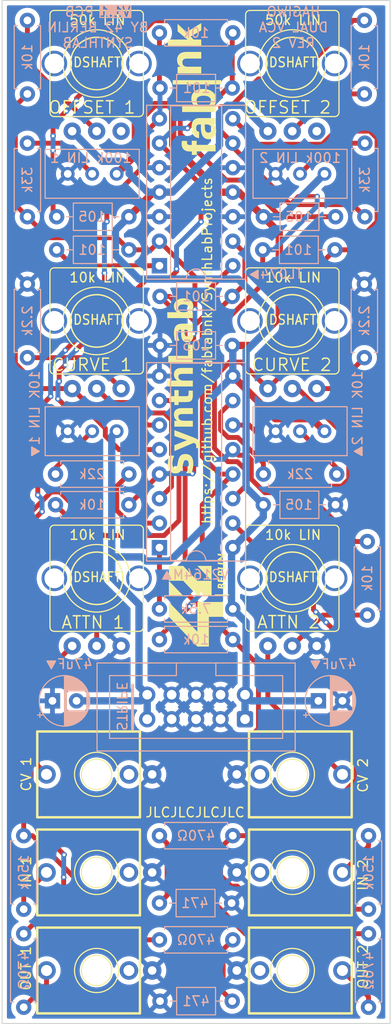
<source format=kicad_pcb>
(kicad_pcb (version 20240108) (generator "pcbnew") (generator_version "8.0")
  (layers (0 "F.Cu" signal) (31 "B.Cu" signal) (34 "B.Paste" user) (35 "F.Paste" user) (36 "B.SilkS" user "B.Silkscreen") (37 "F.SilkS" user "F.Silkscreen") (38 "B.Mask" user) (39 "F.Mask" user) (44 "Edge.Cuts" user))
  (net 0 "")
  (net 1 "Net-(C1-Pad2)")
  (net 2 "Net-(U2A--)")
  (net 3 "Net-(U2C--)")
  (net 4 "Net-(C2-Pad2)")
  (net 5 "GND")
  (net 6 "Net-(C3-Pad2)")
  (net 7 "Net-(C4-Pad2)")
  (net 8 "Net-(C5-Pad2)")
  (net 9 "Net-(U2B--)")
  (net 10 "Net-(C6-Pad2)")
  (net 11 "Net-(U2D--)")
  (net 12 "+12V")
  (net 13 "-12V")
  (net 14 "Net-(J1-SIG)")
  (net 16 "Net-(J2-SIG)")
  (net 19 "Net-(J3-SIG)")
  (net 21 "Net-(J4-SIG)")
  (net 23 "Net-(J5-SIG)")
  (net 25 "Net-(J6-SIG)")
  (net 26 "Net-(R1-Pad1)")
  (net 27 "Net-(R2-Pad1)")
  (net 28 "Net-(R3-Pad1)")
  (net 29 "Net-(R4-Pad2)")
  (net 30 "Net-(R4-Pad1)")
  (net 31 "Net-(R5-Pad1)")
  (net 32 "Net-(R6-Pad1)")
  (net 33 "Net-(R7-Pad1)")
  (net 34 "Net-(R8-Pad1)")
  (net 35 "Net-(R8-Pad2)")
  (net 36 "Net-(R9-Pad2)")
  (net 37 "Net-(R10-Pad2)")
  (net 38 "Net-(R11-Pad2)")
  (net 39 "Net-(R12-Pad2)")
  (net 40 "Net-(U1E-MODE)")
  (net 43 "Net-(RV9-Pad2)")
  (net 44 "Net-(RV10-Pad2)")
  (net 45 "Net-(C11-Pad1)")
  (footprint "Library:Pot_9mm_DShaft_RemovedPins4_5" (layer "F.Cu") (at 81.11 57.33 180)
    (property "Reference" "RV6" (hide yes))
    (property "Value" "50k LIN")
  )
  (footprint "Library:Pot_9mm_DShaft_RemovedPins4_5" (layer "F.Cu") (at 60.79 110.67 180)
    (property "Reference" "RV1" (hide yes))
    (property "Value" "10k LIN")
  )
  (footprint "Library:EighthInch_PJ398SM_3mmNPTH" (layer "F.Cu") (at 60.79 151.31)
    (property "Reference" "J5" (hide yes))
    (property "Value" "OUT 1")
  )
  (footprint "Library:EighthInch_PJ398SM_3mmNPTH" (layer "F.Cu") (at 81.11 151.31 180)
    (property "Reference" "J6" (hide yes))
    (property "Value" "OUT 2")
  )
  (footprint "Library:Pot_9mm_DShaft_RemovedPins4_5" (layer "F.Cu") (at 60.790163 84.000922 180)
    (property "Reference" "RV9" (hide yes))
    (property "Value" "10k LIN")
  )
  (footprint "Library:Pot_9mm_DShaft_RemovedPins4_5" (layer "F.Cu") (at 81.11 110.67 180)
    (property "Reference" "RV5" (hide yes))
    (property "Value" "10k LIN")
  )
  (footprint "Library:Pot_9mm_DShaft_RemovedPins4_5" (layer "F.Cu") (at 81.11 84.000922 180)
    (property "Reference" "RV10" (hide yes))
    (property "Value" "10k LIN")
  )
  (footprint "Library:EighthInch_PJ398SM_3mmNPTH" (layer "F.Cu") (at 60.79 130.99)
    (property "Reference" "J1" (hide yes))
    (property "Value" "CV 1")
  )
  (footprint "Library:EighthInch_PJ398SM_3mmNPTH" (layer "F.Cu") (at 60.79 141.15)
    (property "Reference" "J3" (hide yes))
    (property "Value" "IN 1")
  )
  (footprint "Library:Pot_9mm_DShaft_RemovedPins4_5" (layer "F.Cu") (at 60.79 57.33 180)
    (property "Reference" "RV2" (hide yes))
    (property "Value" "50k LIN")
  )
  (footprint "Library:EighthInch_PJ398SM_3mmNPTH" (layer "F.Cu") (at 81.11 130.99 180)
    (property "Reference" "J2" (hide yes))
    (property "Value" "CV 2")
  )
  (footprint "Library:EighthInch_PJ398SM_3mmNPTH" (layer "F.Cu") (at 81.11 141.15 180)
    (property "Reference" "J4" (hide yes))
    (property "Value" "IN 2")
  )
  (footprint "Capacitor_THT:C_Axial_L3.8mm_D2.6mm_P7.50mm_Horizontal" (layer "B.Cu") (at 74.81 144.325 180)
    (property "Reference" "C4" (hide yes))
    (property "Value" "470pF" (hide yes))
  )
  (footprint "Resistor_THT:R_Axial_DIN0207_L6.3mm_D2.5mm_P7.62mm_Horizontal" (layer "B.Cu") (at 67.310326 117.022765)
    (property "Reference" "R16" (hide yes))
    (property "Value" "10k")
  )
  (footprint "Resistor_THT:R_Axial_DIN0207_L6.3mm_D2.5mm_P7.62mm_Horizontal" (layer "B.Cu") (at 53.594326 52.862365 -90)
    (property "Reference" "R2" (hide yes))
    (property "Value" "10k")
  )
  (footprint "Library:IDC-Header_2x05_P2.54mm_Vertical_Euro_Power_Striped_ThickerText" (layer "B.Cu") (at 76.2 125.275 90)
    (property "Reference" "PWR1" (hide yes))
    (property "Value" "Eurorack_Power_10pin_Unshrouded" (hide yes))
  )
  (footprint "Potentiometer_THT:Potentiometer_Bourns_3296W_Vertical" (layer "B.Cu") (at 84.455 68.762765)
    (property "Reference" "RV7" (hide yes))
    (property "Value" "100k LIN 2")
  )
  (footprint "Capacitor_THT:CP_Radial_D5.0mm_P2.50mm" (layer "B.Cu") (at 83.820326 123.37)
    (property "Reference" "C7" (hide yes))
    (property "Value" "47uF" (hide yes))
  )
  (footprint "Resistor_THT:R_Axial_DIN0207_L6.3mm_D2.5mm_P7.62mm_Horizontal" (layer "B.Cu") (at 67.31 137.34)
    (property "Reference" "R14" (hide yes))
    (property "Value" "470" (hide yes))
  )
  (footprint "Capacitor_THT:C_Axial_L3.8mm_D2.6mm_P7.50mm_Horizontal" (layer "B.Cu") (at 74.870326 59.87 180)
    (property "Reference" "C5" (hide yes))
    (property "Value" "100pF" (hide yes))
  )
  (footprint "Capacitor_THT:C_Axial_L3.8mm_D2.6mm_P7.50mm_Horizontal" (layer "B.Cu") (at 67.37 154.485)
    (property "Reference" "C3" (hide yes))
    (property "Value" "470pF" (hide yes))
  )
  (footprint "Resistor_THT:R_Axial_DIN0207_L6.3mm_D2.5mm_P7.62mm_Horizontal" (layer "B.Cu") (at 53.594326 80.19 -90)
    (property "Reference" "R9" (hide yes))
    (property "Value" "2.2k")
  )
  (footprint "Package_DIP:DIP-16_W7.62mm_Socket" (layer "B.Cu") (at 67.31 107.495)
    (property "Reference" "U1" (hide yes))
    (property "Value" "V2164M" (hide yes))
  )
  (footprint "Package_DIP:DIP-14_W7.62mm_Socket" (layer "B.Cu") (at 67.31 78.285)
    (property "Reference" "U2" (hide yes))
    (property "Value" "TL074" (hide yes))
  )
  (footprint "Potentiometer_THT:Potentiometer_Bourns_3296W_Vertical" (layer "B.Cu") (at 62.865 68.762765)
    (property "Reference" "RV3" (hide yes))
    (property "Value" "100k LIN 1")
  )
  (footprint "Resistor_THT:R_Axial_DIN0207_L6.3mm_D2.5mm_P7.62mm_Horizontal" (layer "B.Cu") (at 88.595526 60.482365 90)
    (property "Reference" "R6" (hide yes))
    (property "Value" "10k")
  )
  (footprint "Resistor_THT:R_Axial_DIN0207_L6.3mm_D2.5mm_P7.62mm_Horizontal" (layer "B.Cu") (at 74.93 148.135 180)
    (property "Reference" "R13" (hide yes))
    (property "Value" "470" (hide yes))
  )
  (footprint "Capacitor_THT:C_Axial_L3.8mm_D2.6mm_P7.50mm_Horizontal" (layer "B.Cu") (at 56.635326 73.207765)
    (property "Reference" "C11" (hide yes))
    (property "Value" "1uF" (hide yes))
  )
  (footprint "Capacitor_THT:C_Axial_L3.8mm_D2.6mm_P7.50mm_Horizontal" (layer "B.Cu") (at 78.105326 73.207765)
    (property "Reference" "C12" (hide yes))
    (property "Value" "1uF" (hide yes))
  )
  (footprint "Capacitor_THT:C_Axial_L3.8mm_D2.6mm_P7.50mm_Horizontal" (layer "B.Cu") (at 74.870326 86.542765 180)
    (property "Reference" "C10" (hide yes))
    (property "Value" "1uF" (hide yes))
  )
  (footprint "Resistor_THT:R_Axial_DIN0207_L6.3mm_D2.5mm_P7.62mm_Horizontal" (layer "B.Cu") (at 53.213326 144.962765 90)
    (property "Reference" "R11" (hide yes))
    (property "Value" "150k")
  )
  (footprint "Resistor_THT:R_Axial_DIN0207_L6.3mm_D2.5mm_P7.62mm_Horizontal" (layer "B.Cu") (at 85.725 99.875 180)
    (property "Reference" "R8" (hide yes))
    (property "Value" "22k")
  )
  (footprint "Resistor_THT:R_Axial_DIN0207_L6.3mm_D2.5mm_P7.62mm_Horizontal" (layer "B.Cu") (at 56.515 103.05)
    (property "Reference" "R1" (hide yes))
    (property "Value" "10k")
  )
  (footprint "Capacitor_THT:C_Axial_L3.8mm_D2.6mm_P7.50mm_Horizontal" (layer "B.Cu") (at 64.135326 76.636765 180)
    (property "Reference" "C1" (hide yes))
    (property "Value" "100pF" (hide yes))
  )
  (footprint "Capacitor_THT:C_Axial_L3.8mm_D2.6mm_P7.50mm_Horizontal" (layer "B.Cu") (at 74.87 81.462765 180)
    (property "Reference" "C6" (hide yes))
    (property "Value" "100pF" (hide yes))
  )
  (footprint "Potentiometer_THT:Potentiometer_Bourns_3296W_Vertical" (layer "B.Cu") (at 84.455 95.432765)
    (property "Reference" "RV8" (hide yes))
    (property "Value" "10K LIN 2" (hide yes))
  )
  (footprint "Resistor_THT:R_Axial_DIN0207_L6.3mm_D2.5mm_P7.62mm_Horizontal" (layer "B.Cu") (at 89.027326 147.5 -90)
    (property "Reference" "R18" (hide yes))
    (property "Value" "470" (hide yes))
  )
  (footprint "Resistor_THT:R_Axial_DIN0207_L6.3mm_D2.5mm_P7.62mm_Horizontal" (layer "B.Cu") (at 53.594326 65.587765 -90)
    (property "Reference" "R3" (hide yes))
    (property "Value" "33k")
  )
  (footprint "Resistor_THT:R_Axial_DIN0207_L6.3mm_D2.5mm_P7.62mm_Horizontal" (layer "B.Cu") (at 67.31 113.845)
    (property "Reference" "R19" (hide yes))
    (property "Value" "7.5k")
  )
  (footprint "Potentiometer_THT:Potentiometer_Bourns_3296W_Vertical" (layer "B.Cu") (at 62.865 95.432765)
    (property "Reference" "RV4" (hide yes))
    (property "Value" "10K LIN 1" (hide yes))
  )
  (footprint "Resistor_THT:R_Axial_DIN0207_L6.3mm_D2.5mm_P7.62mm_Horizontal" (layer "B.Cu") (at 74.93 54.155 180)
    (property "Reference" "R15" (hide yes))
    (property "Value" "10k")
  )
  (footprint "Resistor_THT:R_Axial_DIN0207_L6.3mm_D2.5mm_P7.62mm_Horizontal" (layer "B.Cu") (at 56.515 99.875)
    (property "Reference" "R4" (hide yes))
    (property "Value" "22k")
  )
  (footprint "Resistor_THT:R_Axial_DIN0207_L6.3mm_D2.5mm_P7.62mm_Horizontal" (layer "B.Cu") (at 53.213326 147.5 -90)
    (property "Reference" "R17" (hide yes))
    (property "Value" "470" (hide yes))
  )
  (footprint "Resistor_THT:R_Axial_DIN0207_L6.3mm_D2.5mm_P7.62mm_Horizontal" (layer "B.Cu") (at 88.646326 65.587765 -90)
    (property "Reference" "R7" (hide yes))
    (property "Value" "33k")
  )
  (footprint "Capacitor_THT:CP_Radial_D5.0mm_P2.50mm" (layer "B.Cu") (at 56.199214 123.37)
    (property "Reference" "C8" (hide yes))
    (property "Value" "47uF" (hide yes))
  )
  (footprint "Resistor_THT:R_Axial_DIN0207_L6.3mm_D2.5mm_P7.62mm_Horizontal" (layer "B.Cu") (at 88.900326 114.482765 90)
    (property "Reference" "R5" (hide yes))
    (property "Value" "10k")
  )
  (footprint "Capacitor_THT:C_Axial_L3.8mm_D2.6mm_P7.50mm_Horizontal" (layer "B.Cu") (at 85.598326 103.052765 180)
    (property "Reference" "C9" (hide yes))
    (property "Value" "1uF" (hide yes))
  )
  (footprint "Resistor_THT:R_Axial_DIN0207_L6.3mm_D2.5mm_P7.62mm_Horizontal" (layer "B.Cu") (at 89.027326 137.34 -90)
    (property "Reference" "R12" (hide yes))
    (property "Value" "150k")
  )
  (footprint "Resistor_THT:R_Axial_DIN0207_L6.3mm_D2.5mm_P7.62mm_Horizontal" (layer "B.Cu") (at 88.595526 80.190511 -90)
    (property "Reference" "R10" (hide yes))
    (property "Value" "2.2k")
  )
  (footprint "Capacitor_THT:C_Axial_L3.8mm_D2.6mm_P7.50mm_Horizontal" (layer "B.Cu") (at 78.038326 76.636765)
    (property "Reference" "C2" (hide yes))
    (property "Value" "100pF" (hide yes))
  )
  (gr_poly (pts (xy 73.514379 110.538042) (xy 73.514379 110.831016) (xy 73.66689 110.852843) (xy 73.66689 110.570031) (xy 73.820853 110.591858) (xy 73.820853 110.873877) (xy 73.995875 110.897849) (xy 73.995875 110.599875) (xy 74.149839 110.620909) (xy 74.149839 111.121052) (xy 73.361145 111.011276) (xy 73.361145 110.516294)) (fill solid) (layer "F.SilkS"))
  (gr_poly (pts (xy 69.767974 112.466259) (xy 68.288622 112.466259) (xy 68.288622 110.926765)) (fill solid) (layer "F.SilkS"))
  (gr_poly (pts (xy 71.247326 116.20675) (xy 71.247326 113.12631) (xy 73.924247 113.12631) (xy 73.924247 114.666526) (xy 72.444896 114.666526) (xy 72.444896 117.746244) (xy 71.247326 117.746244) (xy 68.288622 114.666526) (xy 68.288622 113.12631)) (fill solid) (layer "F.SilkS"))
  (gr_poly (pts (xy 73.995875 109.601179) (xy 73.995875 109.366388) (xy 74.149109 109.384564) (xy 74.149109 109.793028) (xy 73.361145 109.700002) (xy 73.361145 109.526248)) (fill solid) (layer "F.SilkS"))
  (gr_rect (start 73.060465 112.33406) (end 74.544896 112.451774) (fill solid) (layer "F.SilkS"))
  (gr_poly (pts (xy 70.940701 61.671854) (xy 70.910974 61.650899) (xy 70.88148 61.627619) (xy 70.852451 61.601858) (xy 70.824119 61.573462) (xy 70.810287 61.558227) (xy 70.796717 61.542275) (xy 70.783438 61.525587) (xy 70.770479 61.508143) (xy 70.757868 61.489924) (xy 70.745635 61.47091) (xy 70.733809 61.451082) (xy 70.72242 61.430421) (xy 70.711495 61.408908) (xy 70.701064 61.386522) (xy 70.691157 61.363245) (xy 70.681802 61.339058) (xy 70.673028 61.31394) (xy 70.664865 61.287872) (xy 70.657341 61.260836) (xy 70.650486 61.232811) (xy 70.644328 61.203778) (xy 70.638897 61.173719) (xy 70.634222 61.142613) (xy 70.630332 61.110441) (xy 70.627256 61.077184) (xy 70.625022 61.042822) (xy 70.623661 61.007337) (xy 70.623201 60.970708) (xy 70.624816 60.908463) (xy 70.629609 60.848232) (xy 70.637502 60.79001) (xy 70.648419 60.733797) (xy 70.662281 60.67959) (xy 70.679011 60.627386) (xy 70.698532 60.577183) (xy 70.720766 60.528978) (xy 70.745635 60.482769) (xy 70.773062 60.438554) (xy 70.80297 60.39633) (xy 70.835281 60.356094) (xy 70.869917 60.317845) (xy 70.906801 60.28158) (xy 70.945856 60.247297) (xy 70.987003 60.214992) (xy 71.030166 60.184664) (xy 71.075266 60.15631) (xy 71.122227 60.129928) (xy 71.170971 60.105515) (xy 71.22142 60.08307) (xy 71.273497 60.062589) (xy 71.327125 60.044069) (xy 71.382225 60.02751) (xy 71.43872 60.012908) (xy 71.496533 60.00026) (xy 71.555586 59.989565) (xy 71.615802 59.98082) (xy 71.677103 59.974023) (xy 71.739412 59.96917) (xy 71.866743 59.965292) (xy 71.995114 59.969623) (xy 72.121663 59.982577) (xy 72.245499 60.004097) (xy 72.36573 60.034125) (xy 72.481466 60.072601) (xy 72.591815 60.119468) (xy 72.695885 60.174668) (xy 72.745286 60.205375) (xy 72.792784 60.238143) (xy 72.838267 60.272965) (xy 72.881623 60.309834) (xy 72.92274 60.348743) (xy 72.961508 60.389684) (xy 72.997815 60.43265) (xy 73.031549 60.477634) (xy 73.062599 60.524629) (xy 73.090854 60.573626) (xy 73.116202 60.62462) (xy 73.138532 60.677603) (xy 73.157732 60.732567) (xy 73.173691 60.789505) (xy 73.186298 60.84841) (xy 73.19544 60.909274) (xy 73.201008 60.972092) (xy 73.202888 61.036854) (xy 73.201655 61.103868) (xy 73.197979 61.166174) (xy 73.191901 61.224023) (xy 73.183458 61.277666) (xy 73.17269 61.327356) (xy 73.159635 61.373345) (xy 73.144332 61.415884) (xy 73.12682 61.455226) (xy 73.107138 61.491623) (xy 73.085324 61.525325) (xy 73.061417 61.556586) (xy 73.035456 61.585658) (xy 73.00748 61.612791) (xy 72.977527 61.638238) (xy 72.945637 61.662252) (xy 72.911847 61.685083) (xy 72.942155 61.685677) (xy 72.973239 61.687357) (xy 73.004632 61.689966) (xy 73.035871 61.693351) (xy 73.066489 61.697356) (xy 73.096022 61.701826) (xy 73.124005 61.706606) (xy 73.149973 61.711542) (xy 73.149973 62.359771) (xy 72.342994 62.359771) (xy 71.919659 62.359771) (xy 71.919659 61.711542) (xy 71.995562 61.710108) (xy 72.069237 61.705651) (xy 72.140314 61.697938) (xy 72.208427 61.686737) (xy 72.273207 61.671815) (xy 72.334285 61.65294) (xy 72.391294 61.62988) (xy 72.418157 61.616707) (xy 72.443865 61.602401) (xy 72.468371 61.586932) (xy 72.49163 61.570271) (xy 72.513595 61.552389) (xy 72.534221 61.533258) (xy 72.553461 61.512847) (xy 72.57127 61.491129) (xy 72.587601 61.468073) (xy 72.602408 61.443651) (xy 72.615646 61.417834) (xy 72.627268 61.390592) (xy 72.637228 61.361897) (xy 72.645481 61.33172) (xy 72.651979 61.300031) (xy 72.656678 61.266801) (xy 72.659531 61.232002) (xy 72.660493 61.195604) (xy 72.659605 61.16266) (xy 72.656959 61.130798) (xy 72.652579 61.100017) (xy 72.646488 61.070314) (xy 72.638712 61.041687) (xy 72.629274 61.014132) (xy 72.618198 60.987649) (xy 72.605509 60.962233) (xy 72.591231 60.937883) (xy 72.575388 60.914597) (xy 72.558005 60.892372) (xy 72.539105 60.871205) (xy 72.518713 60.851094) (xy 72.496853 60.832037) (xy 72.473549 60.814032) (xy 72.448826 60.797075) (xy 72.422708 60.781165) (xy 72.395218 60.766299) (xy 72.366382 60.752474) (xy 72.336223 60.739688) (xy 72.304766 60.72794) (xy 72.272035 60.717225) (xy 72.238053 60.707543) (xy 72.202846 60.69889) (xy 72.166438 60.691264) (xy 72.128852 60.684663) (xy 72.090114 60.679084) (xy 72.050246 60.674525) (xy 72.009274 60.670983) (xy 71.967221 60.668456) (xy 71.879972 60.666437) (xy 71.804366 60.668307) (xy 71.731532 60.673956) (xy 71.661759 60.683442) (xy 71.595338 60.696823) (xy 71.532561 60.714157) (xy 71.473718 60.735503) (xy 71.419099 60.760918) (xy 71.393465 60.77517) (xy 71.368995 60.790461) (xy 71.345728 60.806798) (xy 71.323698 60.824189) (xy 71.302942 60.842641) (xy 71.283497 60.862162) (xy 71.265398 60.882758) (xy 71.248683 60.904436) (xy 71.233387 60.927205) (xy 71.219547 60.951071) (xy 71.207199 60.976042) (xy 71.19638 61.002124) (xy 71.187125 61.029326) (xy 71.179472 61.057654) (xy 71.173456 61.087115) (xy 71.169114 61.117718) (xy 71.166482 61.149469) (xy 71.165597 61.182375) (xy 71.166333 61.218811) (xy 71.168542 61.253721) (xy 71.172224 61.287129) (xy 71.177379 61.319059) (xy 71.184007 61.349536) (xy 71.192107 61.378584) (xy 71.20168 61.406227) (xy 71.212726 61.432489) (xy 71.225244 61.457395) (xy 71.239236 61.480968) (xy 71.2547 61.503233) (xy 71.271637 61.524215) (xy 71.290047 61.543936) (xy 71.309929 61.562423) (xy 71.331285 61.579698) (xy 71.354113 61.595786) (xy 71.378413 61.610712) (xy 71.404187 61.624499) (xy 71.431434 61.637172) (xy 71.460153 61.648755) (xy 71.490345 61.659272) (xy 71.522009 61.668747) (xy 71.555147 61.677205) (xy 71.589757 61.68467) (xy 71.62584 61.691166) (xy 71.663396 61.696717) (xy 71.742926 61.705082) (xy 71.828347 61.709959) (xy 71.919659 61.711542) (xy 71.919659 62.359771) (xy 69.670701 62.35977) (xy 69.670701 61.671854)) (fill solid) (layer "F.SilkS"))
  (gr_poly (pts (xy 72.726709 109.386628) (xy 72.726709 110.926813) (xy 71.247357 109.386628)) (fill solid) (layer "F.SilkS"))
  (gr_poly (pts (xy 69.618379 65.621948) (xy 69.620058 65.576525) (xy 69.622668 65.531721) (xy 69.626053 65.488468) (xy 69.630058 65.447695) (xy 69.634528 65.410333) (xy 69.639308 65.377312) (xy 69.644243 65.349562) (xy 70.186639 65.349562) (xy 70.18649 65.357155) (xy 70.18607 65.365039) (xy 70.184572 65.381601) (xy 70.182453 65.399094) (xy 70.180024 65.417361) (xy 70.177595 65.436249) (xy 70.175477 65.455602) (xy 70.174631 65.465404) (xy 70.173978 65.475265) (xy 70.173558 65.485164) (xy 70.17341 65.495083) (xy 70.174363 65.530904) (xy 70.175579 65.547787) (xy 70.177311 65.563993) (xy 70.179577 65.579531) (xy 70.182392 65.594408) (xy 70.185774 65.608631) (xy 70.189739 65.622207) (xy 70.194306 65.635143) (xy 70.19949 65.647448) (xy 70.205309 65.659127) (xy 70.211779 65.670188) (xy 70.218918 65.68064) (xy 70.226743 65.690488) (xy 70.23527 65.69974) (xy 70.244516 65.708403) (xy 70.254499 65.716485) (xy 70.265235 65.723993) (xy 70.276742 65.730935) (xy 70.289036 65.737316) (xy 70.302134 65.743145) (xy 70.316053 65.74843) (xy 70.33081 65.753176) (xy 70.346422 65.757392) (xy 70.362907 65.761085) (xy 70.38028 65.764262) (xy 70.398559 65.76693) (xy 70.417762 65.769097) (xy 70.459003 65.771956) (xy 70.504139 65.772895) (xy 70.662889 65.772895) (xy 70.662889 65.336333) (xy 71.178827 65.336333) (xy 71.178827 65.759666) (xy 73.136743 65.759666) (xy 73.149973 66.434354) (xy 71.192056 66.434354) (xy 71.192056 66.80477) (xy 70.676118 66.80477) (xy 70.676118 66.447583) (xy 70.464451 66.447583) (xy 70.372099 66.444631) (xy 70.283739 66.435749) (xy 70.199642 66.420898) (xy 70.159277 66.411223) (xy 70.12008 66.40004) (xy 70.082084 66.387347) (xy 70.045323 66.373136) (xy 70.009832 66.357405) (xy 69.975644 66.340147) (xy 69.942793 66.321359) (xy 69.911313 66.301035) (xy 69.881238 66.27917) (xy 69.852602 66.25576) (xy 69.825439 66.230799) (xy 69.799782 66.204284) (xy 69.775666 66.176208) (xy 69.753125 66.146568) (xy 69.732192 66.115357) (xy 69.712901 66.082573) (xy 69.695287 66.048209) (xy 69.679383 66.01226) (xy 69.665223 65.974723) (xy 69.65284 65.935592) (xy 69.64227 65.894862) (xy 69.633546 65.852529) (xy 69.626701 65.808587) (xy 69.62177 65.763031) (xy 69.618786 65.715858) (xy 69.617784 65.667062)) (fill solid) (layer "F.SilkS"))
  (gr_poly (pts (xy 70.239555 54.845604) (xy 70.139303 54.770157) (xy 70.027889 54.683547) (xy 69.906552 54.587015) (xy 69.776534 54.481802) (xy 69.495415 54.250291) (xy 69.194451 53.998937) (xy 69.194451 53.218417) (xy 70.120493 54.078312) (xy 71.655076 53.139041) (xy 71.655076 53.906333) (xy 70.557056 54.528104) (xy 70.861327 54.845604) (xy 71.655076 54.845604) (xy 71.655076 55.53352) (xy 68.189035 55.53352) (xy 68.189035 54.845604)) (fill solid) (layer "F.SilkS"))
  (gr_poly (pts (xy 70.639544 63.879742) (xy 70.648936 63.766506) (xy 70.664684 63.660556) (xy 70.686866 63.561971) (xy 70.700394 63.515464) (xy 70.71556 63.470826) (xy 70.732372 63.428069) (xy 70.750842 63.387201) (xy 70.770978 63.348232) (xy 70.79279 63.311172) (xy 70.816288 63.276031) (xy 70.841482 63.242817) (xy 70.868381 63.211542) (xy 70.896996 63.182214) (xy 70.927334 63.154843) (xy 70.959408 63.129439) (xy 70.993225 63.106012) (xy 71.028796 63.084571) (xy 71.066131 63.065126) (xy 71.105239 63.047687) (xy 71.146129 63.032263) (xy 71.188812 63.018864) (xy 71.233298 63.007501) (xy 71.279595 62.998181) (xy 71.327714 62.990916) (xy 71.377664 62.985714) (xy 71.429455 62.982586) (xy 71.483097 62.981541) (xy 72.514973 62.981541) (xy 72.707209 62.979267) (xy 72.901925 62.973273) (xy 72.988587 62.969268) (xy 73.061916 62.964798) (xy 73.117261 62.960018) (xy 73.149973 62.955083) (xy 73.149973 63.603312) (xy 73.127261 63.608273) (xy 73.099743 63.613234) (xy 73.03587 63.623156) (xy 72.969518 63.633077) (xy 72.9389 63.638038) (xy 72.911847 63.642999) (xy 72.939097 63.661189) (xy 72.966133 63.68124) (xy 72.992743 63.703461) (xy 73.005822 63.715482) (xy 73.018714 63.728162) (xy 73.031393 63.74154) (xy 73.043832 63.755654) (xy 73.056004 63.770543) (xy 73.067884 63.786246) (xy 73.079444 63.802802) (xy 73.090657 63.820249) (xy 73.101497 63.838627) (xy 73.111938 63.857973) (xy 73.121952 63.878327) (xy 73.131514 63.899728) (xy 73.140595 63.922213) (xy 73.149171 63.945823) (xy 73.157213 63.970595) (xy 73.164696 63.996569) (xy 73.171593 64.023783) (xy 73.177877 64.052277) (xy 73.183521 64.082087) (xy 73.1885 64.113255) (xy 73.192785 64.145817) (xy 73.196351 64.179814) (xy 73.199171 64.215283) (xy 73.201219 64.252264) (xy 73.202466 64.290795) (xy 73.202888 64.330916) (xy 73.201776 64.385721) (xy 73.198486 64.438529) (xy 73.193089 64.489354) (xy 73.185654 64.538216) (xy 73.176253 64.585129) (xy 73.164955 64.630113) (xy 73.15183 64.673182) (xy 73.136949 64.714355) (xy 73.120382 64.753648) (xy 73.1022 64.791078) (xy 73.082472 64.826663) (xy 73.061269 64.860418) (xy 73.038661 64.892362) (xy 73.014718 64.922511) (xy 72.989511 64.950882) (xy 72.96311 64.977491) (xy 72.935584 65.002357) (xy 72.907005 65.025495) (xy 72.877442 65.046924) (xy 72.846967 65.066659) (xy 72.815648 65.084718) (xy 72.783556 65.101117) (xy 72.750763 65.115875) (xy 72.717336 65.129006) (xy 72.648868 65.150462) (xy 72.578714 65.165619) (xy 72.507436 65.174614) (xy 72.435596 65.177582) (xy 72.395909 65.176566) (xy 72.395909 64.489666) (xy 72.427965 64.488416) (xy 72.459497 64.484628) (xy 72.475001 64.481763) (xy 72.490293 64.478243) (xy 72.505348 64.474058) (xy 72.52014 64.469202) (xy 72.53464 64.463669) (xy 72.548823 64.457449) (xy 72.562663 64.450537) (xy 72.576131 64.442925) (xy 72.589202 64.434606) (xy 72.60185 64.425571) (xy 72.614047 64.415815) (xy 72.625766 64.40533) (xy 72.636982 64.394109) (xy 72.647667 64.382144) (xy 72.657796 64.369428) (xy 72.66734 64.355954) (xy 72.676274 64.341714) (xy 72.684571 64.326702) (xy 72.692204 64.310909) (xy 72.699147 64.294329) (xy 72.705373 64.276955) (xy 72.710855 64.258779) (xy 72.715567 64.239794) (xy 72.719481 64.219993) (xy 72.722573 64.199368) (xy 72.724814 64.177912) (xy 72.726178 64.155618) (xy 72.726639 64.132479) (xy 72.725756 64.092665) (xy 72.723144 64.055038) (xy 72.718856 64.019539) (xy 72.712944 63.986105) (xy 72.705463 63.954677) (xy 72.696466 63.925195) (xy 72.686005 63.897597) (xy 72.674135 63.871823) (xy 72.660908 63.847812) (xy 72.646378 63.825505) (xy 72.630599 63.804839) (xy 72.613622 63.785756) (xy 72.595502 63.768193) (xy 72.576292 63.752092) (xy 72.556046 63.73739) (xy 72.534815 63.724028) (xy 72.512655 63.711945) (xy 72.489618 63.701081) (xy 72.465757 63.691374) (xy 72.441126 63.682765) (xy 72.415778 63.675192) (xy 72.389766 63.668596) (xy 72.335964 63.658089) (xy 72.280147 63.650761) (xy 72.222741 63.646126) (xy 72.164173 63.643701) (xy 72.104868 63.643) (xy 72.025492 63.643) (xy 72.025492 63.920812) (xy 72.027036 63.994784) (xy 72.031642 64.063) (xy 72.039271 64.125596) (xy 72.049884 64.182708) (xy 72.063443 64.234472) (xy 72.079908 64.281023) (xy 72.089219 64.302386) (xy 72.099242 64.322496) (xy 72.109972 64.341371) (xy 72.121404 64.359028) (xy 72.133535 64.375484) (xy 72.146358 64.390754) (xy 72.159869 64.404858) (xy 72.174063 64.41781) (xy 72.188935 64.429629) (xy 72.204481 64.440331) (xy 72.220695 64.449934) (xy 72.237573 64.458454) (xy 72.25511 64.465908) (xy 72.273301 64.472313) (xy 72.292141 64.477686) (xy 72.311625 64.482044) (xy 72.352508 64.487783) (xy 72.395909 64.489666) (xy 72.395909 65.176566) (xy 72.384358 65.17627) (xy 72.334821 65.172353) (xy 72.286979 65.165864) (xy 72.240828 65.156834) (xy 72.196363 65.145295) (xy 72.153579 65.131277) (xy 72.112471 65.114813) (xy 72.073034 65.095934) (xy 72.035265 65.074671) (xy 71.999156 65.051056) (xy 71.964705 65.02512) (xy 71.931906 64.996896) (xy 71.900754 64.966414) (xy 71.871244 64.933705) (xy 71.843372 64.898802) (xy 71.817133 64.861736) (xy 71.792521 64.822538) (xy 71.769532 64.78124) (xy 71.748162 64.737874) (xy 71.728404 64.69247) (xy 71.710255 64.64506) (xy 71.69371 64.595677) (xy 71.678763 64.54435) (xy 71.665411 64.491113) (xy 71.653647 64.435995) (xy 71.643467 64.37903) (xy 71.634867 64.320248) (xy 71.627842 64.25968) (xy 71.622386 64.197359) (xy 71.618495 64.133315) (xy 71.615388 64.000187) (xy 71.615388 63.643) (xy 71.469867 63.643) (xy 71.437663 63.64382) (xy 71.405711 63.646462) (xy 71.374263 63.651197) (xy 71.34357 63.658296) (xy 71.328586 63.662817) (xy 71.313885 63.66803) (xy 71.299499 63.673971) (xy 71.28546 63.680672) (xy 71.271798 63.688167) (xy 71.258546 63.696491) (xy 71.245735 63.705678) (xy 71.233396 63.71576) (xy 71.221561 63.726773) (xy 71.210261 63.73875) (xy 71.199528 63.751724) (xy 71.189394 63.765731) (xy 71.179889 63.780804) (xy 71.171045 63.796976) (xy 71.162894 63.814282) (xy 71.155468 63.832755) (xy 71.148797 63.85243) (xy 71.142914 63.873341) (xy 71.137849 63.89552) (xy 71.133635 63.919003) (xy 71.130302 63.943823) (xy 71.127883 63.970014) (xy 71.126408 63.99761) (xy 71.125909 64.026645) (xy 71.126256 64.05324) (xy 71.127291 64.07848) (xy 71.129005 64.102407) (xy 71.131387 64.125063) (xy 71.134428 64.146488) (xy 71.138118 64.166724) (xy 71.142447 64.185812) (xy 71.147407 64.203792) (xy 71.152986 64.220707) (xy 71.159176 64.236597) (xy 71.165966 64.251504) (xy 71.173348 64.265468) (xy 71.181311 64.278531) (xy 71.189846 64.290734) (xy 71.198942 64.302119) (xy 71.208591 64.312726) (xy 71.218783 64.322597) (xy 71.229507 64.331772) (xy 71.240755 64.340293) (xy 71.252516 64.348202) (xy 71.264781 64.355539) (xy 71.277541 64.362345) (xy 71.304503 64.374531) (xy 71.333325 64.385089) (xy 71.363931 64.394349) (xy 71.396241 64.40264) (xy 71.43018 64.410291) (xy 71.43018 65.05852) (xy 71.349322 65.048379) (xy 71.270732 65.032579) (xy 71.232415 65.022435) (xy 71.194816 65.010732) (xy 71.157988 64.997421) (xy 71.121982 64.982452) (xy 71.086847 64.965779) (xy 71.052635 64.947351) (xy 71.019397 64.927122) (xy 70.987184 64.905041) (xy 70.956046 64.881062) (xy 70.926034 64.855135) (xy 70.8972 64.827212) (xy 70.869594 64.797244) (xy 70.843267 64.765184) (xy 70.81827 64.730982) (xy 70.794653 64.694591) (xy 70.772468 64.655961) (xy 70.751766 64.615044) (xy 70.732597 64.571793) (xy 70.715012 64.526158) (xy 70.699062 64.478091) (xy 70.684798 64.427543) (xy 70.672271 64.374466) (xy 70.661531 64.318812) (xy 70.652631 64.260533) (xy 70.645619 64.199579) (xy 70.640548 64.135902) (xy 70.637468 64.069454) (xy 70.63643 64.000187)) (fill solid) (layer "F.SilkS"))
  (gr_poly (pts (xy 73.873868 108.351579) (xy 73.361145 108.290539) (xy 73.361145 108.116867) (xy 74.149839 108.20918) (xy 74.149839 108.360309) (xy 73.634211 108.709242) (xy 74.149839 108.768853) (xy 74.149839 108.942525) (xy 73.361145 108.848783) (xy 73.361145 108.697574)) (fill solid) (layer "F.SilkS"))
  (gr_poly (pts (xy 74.149109 109.110483) (xy 74.149109 109.284234) (xy 73.361145 109.191922) (xy 73.361145 109.01817)) (fill solid) (layer "F.SilkS"))
  (gr_poly (pts (xy 73.718826 59.052479) (xy 73.718826 59.50227) (xy 68.691743 59.50227) (xy 68.691743 59.052479)) (fill solid) (layer "F.SilkS"))
  (gr_poly (pts (xy 73.36149 111.425347) (xy 73.362002 111.414998) (xy 73.362812 111.40442) (xy 73.363976 111.393667) (xy 73.365547 111.382793) (xy 73.36758 111.371854) (xy 73.370129 111.360903) (xy 73.373249 111.349995) (xy 73.376993 111.339183) (xy 73.381415 111.328524) (xy 73.386571 111.31807) (xy 73.392515 111.307878) (xy 73.3993 111.297999) (xy 73.403025 111.293195) (xy 73.406981 111.288491) (xy 73.411174 111.283892) (xy 73.415612 111.279405) (xy 73.420998 111.274425) (xy 73.426806 111.269589) (xy 73.433034 111.264923) (xy 73.439678 111.260451) (xy 73.446735 111.256196) (xy 73.454201 111.252185) (xy 73.462074 111.24844) (xy 73.47035 111.244986) (xy 73.479027 111.241847) (xy 73.4881 111.239048) (xy 73.497567 111.236613) (xy 73.507424 111.234566) (xy 73.517669 111.232932) (xy 73.528297 111.231735) (xy 73.539306 111.230998) (xy 73.550693 111.230747) (xy 73.560097 111.230891) (xy 73.56925 111.23132) (xy 73.578157 111.232031) (xy 73.586821 111.233022) (xy 73.595247 111.234289) (xy 73.603439 111.235829) (xy 73.611402 111.237639) (xy 73.619139 111.239717) (xy 73.626654 111.242059) (xy 73.633953 111.244662) (xy 73.641039 111.247523) (xy 73.647916 111.250639) (xy 73.654588 111.254007) (xy 73.661061 111.257624) (xy 73.667337 111.261487) (xy 73.673422 111.265594) (xy 73.679877 111.270272) (xy 73.685903 111.275043) (xy 73.691517 111.279894) (xy 73.696733 111.284813) (xy 73.701565 111.289789) (xy 73.70603 111.294809) (xy 73.710141 111.299861) (xy 73.713913 111.304933) (xy 73.717362 111.310015) (xy 73.720503 111.315092) (xy 73.72335 111.320154) (xy 73.725918 111.325188) (xy 73.728222 111.330183) (xy 73.730277 111.335126) (xy 73.732098 111.340006) (xy 73.7337 111.344811) (xy 73.735579 111.337711) (xy 73.737666 111.330849) (xy 73.739946 111.324223) (xy 73.742406 111.317832) (xy 73.745032 111.311675) (xy 73.74781 111.30575) (xy 73.750726 111.300058) (xy 73.753766 111.294596) (xy 73.756918 111.289364) (xy 73.760166 111.28436) (xy 73.763497 111.279585) (xy 73.766897 111.275036) (xy 73.770352 111.270712) (xy 73.773849 111.266614) (xy 73.777373 111.262738) (xy 73.780912 111.259085) (xy 73.78762 111.252783) (xy 73.794412 111.246964) (xy 73.801301 111.241619) (xy 73.808303 111.236736) (xy 73.815433 111.232306) (xy 73.822706 111.228317) (xy 73.830135 111.224759) (xy 73.837737 111.221621) (xy 73.845527 111.218891) (xy 73.853518 111.216561) (xy 73.861727 111.214619) (xy 73.870167 111.213053) (xy 73.878855 111.211854) (xy 73.887804 111.211011) (xy 73.897029 111.210513) (xy 73.906547 111.21035) (xy 73.921867 111.210708) (xy 73.936516 111.211751) (xy 73.9505 111.213432) (xy 73.963829 111.215701) (xy 73.976511 111.218511) (xy 73.988555 111.221814) (xy 73.999969 111.225562) (xy 74.010762 111.229707) (xy 74.020942 111.2342) (xy 74.030518 111.238995) (xy 74.039498 111.244042) (xy 74.04789 111.249293) (xy 74.055704 111.254702) (xy 74.062948 111.260219) (xy 74.06963 111.265797) (xy 74.075758 111.271388) (xy 74.081466 111.277058) (xy 74.086884 111.282888) (xy 74.092017 111.28887) (xy 74.096874 111.294997) (xy 74.105789 111.307663) (xy 74.113684 111.320829) (xy 74.120617 111.334443) (xy 74.126646 111.348449) (xy 74.131829 111.362794) (xy 74.136221 111.377422) (xy 74.139882 111.392281) (xy 74.142869 111.407315) (xy 74.145238 111.42247) (xy 74.147048 111.437692) (xy 74.148355 111.452926) (xy 74.149218 111.468119) (xy 74.149693 111.483215) (xy 74.149839 111.498162) (xy 74.149839 111.778038) (xy 74.007496 111.761378) (xy 74.007496 111.587618) (xy 74.007496 111.524356) (xy 74.007289 111.511231) (xy 74.006519 111.496744) (xy 74.005855 111.489161) (xy 74.004967 111.481442) (xy 74.003828 111.473654) (xy 74.002411 111.465866) (xy 74.000687 111.458146) (xy 73.998629 111.450562) (xy 73.99621 111.443182) (xy 73.993401 111.436074) (xy 73.990176 111.429306) (xy 73.986506 111.422946) (xy 73.984496 111.41994) (xy 73.982364 111.417062) (xy 73.980107 111.41432) (xy 73.977722 111.411722) (xy 73.975796 111.409746) (xy 73.973552 111.407649) (xy 73.970978 111.405466) (xy 73.968063 111.403232) (xy 73.964795 111.40098) (xy 73.961162 111.398744) (xy 73.957152 111.396559) (xy 73.955003 111.395496) (xy 73.952755 111.394459) (xy 73.950407 111.393451) (xy 73.947957 111.392478) (xy 73.945404 111.391542) (xy 73.942748 111.39065) (xy 73.939985 111.389804) (xy 73.937115 111.389009) (xy 73.934136 111.38827) (xy 73.931047 111.38759) (xy 73.927846 111.386975) (xy 73.924532 111.386427) (xy 73.921103 111.385952) (xy 73.917558 111.385554) (xy 73.913896 111.385237) (xy 73.910115 111.385005) (xy 73.906213 111.384863) (xy 73.902189 111.384815) (xy 73.898968 111.38486) (xy 73.895581 111.385004) (xy 73.892052 111.385261) (xy 73.888403 111.385646) (xy 73.884656 111.38617) (xy 73.880833 111.386849) (xy 73.876957 111.387695) (xy 73.87305 111.388724) (xy 73.869135 111.389947) (xy 73.865233 111.39138) (xy 73.861368 111.393035) (xy 73.857561 111.394927) (xy 73.853834 111.39707) (xy 73.850211 111.399476) (xy 73.846714 111.40216) (xy 73.843364 111.405135) (xy 73.840985 111.407535) (xy 73.838745 111.410085) (xy 73.836643 111.412773) (xy 73.834671 111.415587) (xy 73.832828 111.418514) (xy 73.831108 111.421544) (xy 73.828022 111.427863) (xy 73.825377 111.434449) (xy 73.823142 111.441208) (xy 73.821281 111.448044) (xy 73.81976 111.454863) (xy 73.818546 111.46157) (xy 73.817604 111.468072) (xy 73.8169 111.474272) (xy 73.816401 111.480077) (xy 73.815879 111.490121) (xy 73.815766 111.497447) (xy 73.815766 111.565075) (xy 74.007496 111.587618) (xy 74.007496 111.761378) (xy 73.681415 111.723212) (xy 73.681415 111.549835) (xy 73.681415 111.514196) (xy 73.681208 111.502806) (xy 73.680908 111.496797) (xy 73.680439 111.490629) (xy 73.679774 111.484341) (xy 73.678886 111.477972) (xy 73.677747 111.47156) (xy 73.676329 111.465142) (xy 73.674605 111.458758) (xy 73.672547 111.452446) (xy 73.670127 111.446244) (xy 73.667318 111.440191) (xy 73.664091 111.434325) (xy 73.660421 111.428684) (xy 73.656277 111.423307) (xy 73.65402 111.420729) (xy 73.651634 111.418231) (xy 73.64837 111.415177) (xy 73.644854 111.412297) (xy 73.641105 111.409595) (xy 73.637145 111.407073) (xy 73.632994 111.404735) (xy 73.628671 111.402583) (xy 73.624197 111.400622) (xy 73.619592 111.398854) (xy 73.614877 111.397282) (xy 73.610071 111.395909) (xy 73.605194 111.394739) (xy 73.600268 111.393775) (xy 73.595312 111.393019) (xy 73.590346 111.392476) (xy 73.585391 111.392147) (xy 73.580466 111.392037) (xy 73.574643 111.392195) (xy 73.569151 111.392651) (xy 73.56398 111.393379) (xy 73.55912 111.394355) (xy 73.554563 111.395553) (xy 73.550299 111.396947) (xy 73.546317 111.398512) (xy 73.542609 111.400223) (xy 73.539165 111.402054) (xy 73.535975 111.403979) (xy 73.53303 111.405973) (xy 73.53032 111.408011) (xy 73.527836 111.410067) (xy 73.525568 111.412116) (xy 73.523506 111.414131) (xy 73.521641 111.416089) (xy 73.519989 111.418089) (xy 73.518436 111.420141) (xy 73.51698 111.422244) (xy 73.515616 111.424395) (xy 73.513155 111.428829) (xy 73.511029 111.433421) (xy 73.509214 111.438151) (xy 73.507686 111.442996) (xy 73.506419 111.447936) (xy 73.505389 111.452948) (xy 73.504573 111.458012) (xy 73.503944 111.463105) (xy 73.50348 111.468206) (xy 73.503155 111.473294) (xy 73.502824 111.483344) (xy 73.502758 111.493083) (xy 73.502758 111.529436) (xy 73.681415 111.549835) (xy 73.681415 111.723212) (xy 73.361145 111.685726) (xy 73.361145 111.44514)) (fill solid) (layer "F.SilkS"))
  (gr_poly (pts (xy 69.142502 56.903624) (xy 69.145401 56.859167) (xy 69.150222 56.815703) (xy 69.15696 56.773265) (xy 69.165607 56.731882) (xy 69.176155 56.691587) (xy 69.188597 56.652411) (xy 69.202926 56.614385) (xy 69.219135 56.577542) (xy 69.237217 56.541913) (xy 69.257163 56.507528) (xy 69.278968 56.47442) (xy 69.302623 56.44262) (xy 69.328122 56.41216) (xy 69.355457 56.38307) (xy 69.384621 56.355383) (xy 69.415606 56.329131) (xy 69.448405 56.304343) (xy 69.483012 56.281053) (xy 69.519419 56.259291) (xy 69.557618 56.239089) (xy 69.597602 56.220479) (xy 69.639364 56.203492) (xy 69.682897 56.188159) (xy 69.728193 56.174512) (xy 69.775246 56.162582) (xy 69.824048 56.152402) (xy 69.874591 56.144001) (xy 69.926868 56.137413) (xy 69.980873 56.132668) (xy 70.036598 56.129798) (xy 70.094035 56.128834) (xy 71.655076 56.128834) (xy 71.655076 56.81675) (xy 70.17341 56.81675) (xy 70.122279 56.817864) (xy 70.073183 56.821323) (xy 70.026297 56.827302) (xy 69.981794 56.835974) (xy 69.939848 56.847514) (xy 69.91989 56.854414) (xy 69.900636 56.862096) (xy 69.882108 56.870583) (xy 69.86433 56.879895) (xy 69.847321 56.890056) (xy 69.831105 56.901086) (xy 69.815703 56.913007) (xy 69.801136 56.925842) (xy 69.787427 56.939612) (xy 69.774597 56.954338) (xy 69.762668 56.970044) (xy 69.751662 56.986749) (xy 69.741601 57.004477) (xy 69.732506 57.023249) (xy 69.7244 57.043087) (xy 69.717304 57.064012) (xy 69.711239 57.086047) (xy 69.706229 57.109213) (xy 69.702294 57.133532) (xy 69.699456 57.159026) (xy 69.697737 57.185716) (xy 69.69716 57.213625) (xy 69.697628 57.241686) (xy 69.699049 57.268819) (xy 69.701443 57.295027) (xy 69.704834 57.320311) (xy 69.709241 57.344676) (xy 69.714688 57.368122) (xy 69.721195 57.390652) (xy 69.728786 57.41227) (xy 69.737481 57.432976) (xy 69.747302 57.452774) (xy 69.758271 57.471667) (xy 69.770411 57.489655) (xy 69.783742 57.506743) (xy 69.798287 57.522932) (xy 69.814067 57.538224) (xy 69.831105 57.552623) (xy 69.849421 57.56613) (xy 69.869039 57.578749) (xy 69.889979 57.59048) (xy 69.912263 57.601328) (xy 69.935913 57.611294) (xy 69.960952 57.620381) (xy 69.9874 57.62859) (xy 70.01528 57.635925) (xy 70.044613 57.642389) (xy 70.075421 57.647982) (xy 70.107727 57.652709) (xy 70.141551 57.65657) (xy 70.176916 57.659569) (xy 70.213843 57.661709) (xy 70.292472 57.663417) (xy 71.655076 57.663417) (xy 71.655076 58.351333) (xy 69.194451 58.351333) (xy 69.194451 57.689875) (xy 69.223829 57.68494) (xy 69.260804 57.68016) (xy 69.303049 57.67569) (xy 69.34824 57.671685) (xy 69.394051 57.668301) (xy 69.438157 57.665691) (xy 69.478232 57.664012) (xy 69.511951 57.663417) (xy 69.48163 57.64711) (xy 69.450456 57.627838) (xy 69.418817 57.605427) (xy 69.387101 57.579701) (xy 69.355695 57.550488) (xy 69.340229 57.534519) (xy 69.324986 57.517612) (xy 69.310014 57.499746) (xy 69.295362 57.480899) (xy 69.281079 57.461049) (xy 69.267212 57.440175) (xy 69.25381 57.418254) (xy 69.240921 57.395265) (xy 69.228595 57.371186) (xy 69.216879 57.345994) (xy 69.205822 57.31967) (xy 69.195472 57.29219) (xy 69.185878 57.263532) (xy 69.177088 57.233676) (xy 69.169151 57.202598) (xy 69.162115 57.170278) (xy 69.156028 57.136694) (xy 69.15094 57.101823) (xy 69.146898 57.065645) (xy 69.14395 57.028136) (xy 69.142147 56.989276) (xy 69.141535 56.949042)) (fill solid) (layer "F.SilkS"))
  (gr_poly (pts (xy 69.767974 109.386549) (xy 71.247326 110.926765) (xy 72.726677 110.926765) (xy 72.726677 112.466259) (xy 71.247326 112.466259) (xy 69.767974 110.926765) (xy 68.288622 110.926765) (xy 68.288622 109.386549)) (fill solid) (layer "F.SilkS"))
  (gr_poly (pts (xy 73.361582 110.121559) (xy 73.362236 110.108177) (xy 73.363277 110.094872) (xy 73.364778 110.081663) (xy 73.366811 110.068571) (xy 73.369448 110.055617) (xy 73.372762 110.042822) (xy 73.376824 110.030204) (xy 73.381708 110.017786) (xy 73.387486 110.005587) (xy 73.39423 109.993629) (xy 73.402012 109.981931) (xy 73.410905 109.970513) (xy 73.420981 109.959397) (xy 73.432313 109.948603) (xy 73.437889 109.943682) (xy 73.444004 109.93877) (xy 73.450671 109.93391) (xy 73.4579 109.929144) (xy 73.465704 109.924515) (xy 73.474095 109.920065) (xy 73.483083 109.915836) (xy 73.492681 109.911873) (xy 73.502899 109.908216) (xy 73.513751 109.904908) (xy 73.525248 109.901993) (xy 73.537401 109.899512) (xy 73.550222 109.897509) (xy 73.563722 109.896025) (xy 73.577914 109.895104) (xy 73.585273 109.894867) (xy 73.592809 109.894787) (xy 73.606647 109.895074) (xy 73.620104 109.895924) (xy 73.633177 109.897317) (xy 73.645859 109.899236) (xy 73.658145 109.901662) (xy 73.67003 109.904578) (xy 73.681509 109.907964) (xy 73.692577 109.911803) (xy 73.703227 109.916076) (xy 73.713455 109.920766) (xy 73.723255 109.925853) (xy 73.732622 109.93132) (xy 73.741551 109.937149) (xy 73.750037 109.94332) (xy 73.758073 109.949817) (xy 73.765656 109.956619) (xy 73.771792 109.962893) (xy 73.777666 109.969434) (xy 73.783275 109.97622) (xy 73.788613 109.983229) (xy 73.793674 109.990439) (xy 73.798453 109.997826) (xy 73.802944 110.00537) (xy 73.807143 110.013046) (xy 73.811045 110.020833) (xy 73.814643 110.028708) (xy 73.817933 110.036649) (xy 73.820909 110.044634) (xy 73.823565 110.052639) (xy 73.825898 110.060643) (xy 73.827901 110.068623) (xy 73.829569 110.076556) (xy 74.149839 109.882485) (xy 74.149839 110.085287) (xy 73.839007 110.266976) (xy 74.149839 110.303331) (xy 74.149839 110.477002) (xy 73.719174 110.426595) (xy 73.719174 110.253166) (xy 73.719174 110.210302) (xy 73.71897 110.199044) (xy 73.718676 110.193001) (xy 73.718221 110.186734) (xy 73.717579 110.180284) (xy 73.716724 110.173689) (xy 73.715631 110.16699) (xy 73.714274 110.160227) (xy 73.712627 110.153438) (xy 73.710666 110.146664) (xy 73.708364 110.139943) (xy 73.705696 110.133317) (xy 73.702636 110.126824) (xy 73.69916 110.120505) (xy 73.69524 110.114398) (xy 73.690853 110.108543) (xy 73.688511 110.105744) (xy 73.686115 110.103074) (xy 73.683667 110.100531) (xy 73.68117 110.098112) (xy 73.678625 110.095815) (xy 73.676035 110.093636) (xy 73.670722 110.089624) (xy 73.665248 110.086056) (xy 73.659627 110.082909) (xy 73.653874 110.080163) (xy 73.648005 110.077797) (xy 73.642033 110.075788) (xy 73.635973 110.074117) (xy 73.629842 110.072761) (xy 73.623653 110.071699) (xy 73.617421 110.07091) (xy 73.611162 110.070373) (xy 73.60489 110.070066) (xy 73.598619 110.069969) (xy 73.593909 110.070042) (xy 73.589056 110.07028) (xy 73.584088 110.070711) (xy 73.579034 110.071362) (xy 73.57392 110.072261) (xy 73.568773 110.073434) (xy 73.563623 110.074909) (xy 73.558496 110.076715) (xy 73.553421 110.078877) (xy 73.548423 110.081424) (xy 73.543533 110.084383) (xy 73.541136 110.086026) (xy 73.538776 110.087782) (xy 73.536456 110.089655) (xy 73.534181 110.091648) (xy 73.531952 110.093764) (xy 73.529775 110.096008) (xy 73.527651 110.098382) (xy 73.525586 110.10089) (xy 73.523581 110.103535) (xy 73.521641 110.106321) (xy 73.518915 110.110666) (xy 73.51645 110.115244) (xy 73.514234 110.120049) (xy 73.512255 110.125077) (xy 73.510501 110.130323) (xy 73.508962 110.13578) (xy 73.507625 110.141444) (xy 73.506479 110.147309) (xy 73.505511 110.15337) (xy 73.50471 110.159623) (xy 73.504065 110.166061) (xy 73.503563 110.172681) (xy 73.503193 110.179475) (xy 73.502944 110.18644) (xy 73.502758 110.200858) (xy 73.502758 110.226971) (xy 73.719174 110.253166) (xy 73.719174 110.426595) (xy 73.361145 110.384689) (xy 73.361145 110.148469)) (fill solid) (layer "F.SilkS"))
  (gr_rect (start 50.97 50.8) (end 91.27 156.8) (stroke (width 0.1)) (fill none) (layer "Edge.Cuts"))
  (gr_text "HAGIWO\nDUAL VCA\nREV 2\n" (at 81.229526 51.389165 0) (layer "B.SilkS") (effects (font (size 1 1)) (justify top mirror)))
  (gr_text "     PCB\nBY 42 BERLIN\nSYNTHLAB" (at 60.909526 51.389165 0) (layer "B.SilkS") (effects (font (size 1 1)) (justify top mirror)))
  (gr_text "V1.1" (at 62.687526 51.389165 0) (layer "B.SilkS" knockout) (effects (font (size 1 1)) (justify top mirror)))
  (gr_text "https://github.com/fablabnk/SynthLabProjects" (at 72.855326 105.135565 90) (layer "F.SilkS") (effects (font (size 1 1)) (justify left bottom)))
  (gr_text "SynthLab" (at 71.204326 100.055565 90) (layer "F.SilkS") (effects (font (size 2.5 2.5) (thickness 0.3) (bold yes)) (justify left bottom)))
  (gr_text "JLCJLCJLCJLC" (at 65.768726 135.513965 0) (layer "F.SilkS") (effects (font (size 1 1)) (justify left bottom)))
  (segment (start 52.340326 84.228235) (end 52.340326 88.408326) (width 0.508) (layer "F.Cu") (net 1))
  (segment (start 56.635326 76.636765) (end 58.283561 78.285) (width 0.508) (layer "F.Cu") (net 1))
  (segment (start 60.455161 93.218) (end 58.250326 91.013165) (width 0.508) (layer "F.Cu") (net 1))
  (segment (start 67.31 94.795) (end 66.093 94.795) (width 0.508) (layer "F.Cu") (net 1))
  (segment (start 58.283561 78.285) (end 52.340326 84.228235) (width 0.508) (layer "F.Cu") (net 1))
  (segment (start 61.468 93.218) (end 60.455161 93.218) (width 0.508) (layer "F.Cu") (net 1))
  (segment (start 66.093 94.795) (end 65.293001 93.995001) (width 0.508) (layer "F.Cu") (net 1))
  (segment (start 52.340326 88.408326) (end 54.945165 91.013165) (width 0.508) (layer "F.Cu") (net 1))
  (segment (start 62.245001 93.995001) (end 61.468 93.218) (width 0.508) (layer "F.Cu") (net 1))
  (segment (start 58.283561 78.285) (end 67.31 78.285) (width 0.508) (layer "F.Cu") (net 1))
  (segment (start 54.945165 91.013165) (end 58.250326 91.013165) (width 0.508) (layer "F.Cu") (net 1))
  (segment (start 65.293001 93.995001) (end 62.245001 93.995001) (width 0.508) (layer "F.Cu") (net 1))
  (segment (start 64.135326 76.636765) (end 66.418235 76.636765) (width 0.508) (layer "F.Cu") (net 2))
  (segment (start 64.135 103.05) (end 67.31 99.875) (width 0.508) (layer "F.Cu") (net 2))
  (segment (start 53.594326 60.482365) (end 52.340326 61.736365) (width 0.508) (layer "F.Cu") (net 2))
  (segment (start 70.866 99.687) (end 70.731 99.822) (width 0.508) (layer "F.Cu") (net 2))
  (segment (start 70.866 85.344) (end 70.866 99.687) (width 0.508) (layer "F.Cu") (net 2))
  (segment (start 52.340326 71.953765) (end 53.594326 73.207765) (width 0.508) (layer "F.Cu") (net 2))
  (segment (start 53.594326 73.207765) (end 55.769326 75.382765) (width 0.508) (layer "F.Cu") (net 2))
  (segment (start 62.881326 75.382765) (end 64.135326 76.636765) (width 0.508) (layer "F.Cu") (net 2))
  (segment (start 55.769326 75.382765) (end 62.881326 75.382765) (width 0.508) (layer "F.Cu") (net 2))
  (segment (start 67.31 75.745) (end 70.993 79.428) (width 0.508) (layer "F.Cu") (net 2))
  (segment (start 66.418235 76.636765) (end 67.31 75.745) (width 0.508) (layer "F.Cu") (net 2))
  (segment (start 52.340326 61.736365) (end 52.340326 71.953765) (width 0.508) (layer "F.Cu") (net 2))
  (segment (start 70.993 79.428) (end 70.993 82.804) (width 0.508) (layer "F.Cu") (net 2))
  (via (at 70.993 82.804) (size 0.6) (drill 0.3) (layers "F.Cu" "B.Cu") (net 2))
  (via (at 70.866 85.344) (size 0.6) (drill 0.3) (layers "F.Cu" "B.Cu") (net 2))
  (via (at 70.731 99.822) (size 0.6) (drill 0.3) (layers "F.Cu" "B.Cu") (net 2))
  (segment (start 70.731 99.822) (end 67.363 99.822) (width 0.508) (layer "B.Cu") (net 2))
  (segment (start 70.993 85.217) (end 70.866 85.344) (width 0.508) (layer "B.Cu") (net 2))
  (segment (start 67.363 99.822) (end 67.31 99.875) (width 0.508) (layer "B.Cu") (net 2))
  (segment (start 70.993 82.804) (end 70.993 85.217) (width 0.508) (layer "B.Cu") (net 2))
  (segment (start 78.038326 80.152495) (end 72.39 85.800821) (width 0.508) (layer "F.Cu") (net 3))
  (segment (start 77.58575 58.928) (end 81.380299 58.928) (width 0.508) (layer "F.Cu") (net 3))
  (segment (start 76.851 100.394424) (end 78.255341 101.798765) (width 0.508) (layer "F.Cu") (net 3))
  (segment (start 80.905713 71.953765) (end 87.392326 71.953765) (width 0.508) (layer "F.Cu") (net 3))
  (segment (start 76.851 98.380602) (end 76.851 100.394424) (width 0.508) (layer "F.Cu") (net 3))
  (segment (start 74.93 65.585) (end 73.676 64.331) (width 0.508) (layer "F.Cu") (net 3))
  (segment (start 78.038326 76.636765) (end 78.038326 80.152495) (width 0.508) (layer "F.Cu") (net 3))
  (segment (start 72.39 97.634742) (end 73.102629 98.347371) (width 0.508) (layer "F.Cu") (net 3))
  (segment (start 76.387398 97.917) (end 76.851 98.380602) (width 0.508) (layer "F.Cu") (net 3))
  (segment (start 81.739478 71.12) (end 80.905713 71.953765) (width 0.508) (layer "F.Cu") (net 3))
  (segment (start 74.93 97.335) (end 75.512 97.917) (width 0.508) (layer "F.Cu") (net 3))
  (segment (start 74.93 65.585) (end 74.93 65.978052) (width 0.508) (layer "F.Cu") (net 3))
  (segment (start 74.93 65.978052) (end 80.905713 71.953765) (width 0.508) (layer "F.Cu") (net 3))
  (segment (start 82.570902 101.798765) (end 87.634902 106.862765) (width 0.508) (layer "F.Cu") (net 3))
  (segment (start 87.392326 71.953765) (end 88.646326 73.207765) (width 0.508) (layer "F.Cu") (net 3))
  (segment (start 74.714848 61.798902) (end 77.58575 58.928) (width 0.508) (layer "F.Cu") (net 3))
  (segment (start 73.676 61.798902) (end 74.714848 61.798902) (width 0.508) (layer "F.Cu") (net 3))
  (segment (start 78.255341 101.798765) (end 82.570902 101.798765) (width 0.508) (layer "F.Cu") (net 3))
  (segment (start 87.445934 52.862365) (end 88.595526 52.862365) (width 0.508) (layer "F.Cu") (net 3))
  (segment (start 73.676 64.331) (end 73.676 61.798902) (width 0.508) (layer "F.Cu") (net 3))
  (segment (start 83.693 71.12) (end 81.739478 71.12) (width 0.508) (layer "F.Cu") (net 3))
  (segment (start 81.380299 58.928) (end 87.445934 52.862365) (width 0.508) (layer "F.Cu") (net 3))
  (segment (start 87.634902 106.862765) (end 88.900326 106.862765) (width 0.508) (layer "F.Cu") (net 3))
  (segment (start 75.512 97.917) (end 76.387398 97.917) (width 0.508) (layer "F.Cu") (net 3))
  (segment (start 72.39 85.800821) (end 72.39 97.634742) (width 0.508) (layer "F.Cu") (net 3))
  (via (at 73.102629 98.347371) (size 0.6) (drill 0.3) (layers "F.Cu" "B.Cu") (net 3))
  (via (at 83.693 71.12) (size 0.6) (drill 0.3) (layers "F.Cu" "B.Cu") (net 3))
  (segment (start 79.169696 76.636765) (end 83.693 72.113461) (width 0.508) (layer "B.Cu") (net 3))
  (segment (start 73.917629 98.347371) (end 74.93 97.335) (width 0.508) (layer "B.Cu") (net 3))
  (segment (start 78.038326 76.636765) (end 79.169696 76.636765) (width 0.508) (layer "B.Cu") (net 3))
  (segment (start 73.102629 98.347371) (end 73.917629 98.347371) (width 0.508) (layer "B.Cu") (net 3))
  (segment (start 83.693 72.113461) (end 83.693 71.12) (width 0.508) (layer "B.Cu") (net 3))
  (segment (start 82.804 79.371091) (end 82.804 86.779328) (width 0.508) (layer "F.Cu") (net 4))
  (segment (start 73.025 89.846576) (end 74.606576 88.265) (width 0.508) (layer "F.Cu") (net 4))
  (segment (start 77.582943 65.697943) (end 74.93 63.045) (width 0.508) (layer "F.Cu") (net 4))
  (segment (start 82.804 86.779328) (end 78.570163 91.013165) (width 0.508) (layer "F.Cu") (net 4))
  (segment (start 74.93 102.415) (end 76.184 101.161) (width 0.508) (layer "F.Cu") (net 4))
  (segment (start 89.16575 64.333765) (end 85.575891 64.333765) (width 0.508) (layer "F.Cu") (net 4))
  (segment (start 76.184 99.355576) (end 75.417424 98.589) (width 0.508) (layer "F.Cu") (net 4))
  (segment (start 75.417424 98.589) (end 74.410576 98.589) (width 0.508) (layer "F.Cu") (net 4))
  (segment (start 84.211713 65.697943) (end 77.582943 65.697943) (width 0.508) (layer "F.Cu") (net 4))
  (segment (start 89.916 73.711515) (end 89.916 65.084015) (width 0.508) (layer "F.Cu") (net 4))
  (segment (start 89.916 65.084015) (end 89.16575 64.333765) (width 0.508) (layer "F.Cu") (net 4))
  (segment (start 85.538326 76.636765) (end 82.804 79.371091) (width 0.508) (layer "F.Cu") (net 4))
  (segment (start 85.538326 76.636765) (end 86.99075 76.636765) (width 0.508) (layer "F.Cu") (net 4))
  (segment (start 76.184 101.161) (end 76.184 99.355576) (width 0.508) (layer "F.Cu") (net 4))
  (segment (start 74.606576 88.265) (end 75.821998 88.265) (width 0.508) (layer "F.Cu") (net 4))
  (segment (start 85.575891 64.333765) (end 84.211713 65.697943) (width 0.508) (layer "F.Cu") (net 4))
  (segment (start 75.821998 88.265) (end 78.570163 91.013165) (width 0.508) (layer "F.Cu") (net 4))
  (segment (start 86.99075 76.636765) (end 89.916 73.711515) (width 0.508) (layer "F.Cu") (net 4))
  (segment (start 74.410576 98.589) (end 73.025 97.203424) (width 0.508) (layer "F.Cu") (net 4))
  (segment (start 73.025 97.203424) (end 73.025 89.846576) (width 0.508) (layer "F.Cu") (net 4))
  (segment (start 73.925 149.14) (end 74.93 148.135) (width 0.508) (layer "F.Cu") (net 6))
  (segment (start 74.87 154.485) (end 73.925 153.54) (width 0.508) (layer "F.Cu") (net 6))
  (segment (start 73.925 153.54) (end 73.925 149.14) (width 0.508) (layer "F.Cu") (net 6))
  (segment (start 68.109999 143.525001) (end 67.31 144.325) (width 0.508) (layer "F.Cu") (net 7))
  (segment (start 67.31 137.34) (end 68.109999 138.139999) (width 0.508) (layer "F.Cu") (net 7))
  (segment (start 68.109999 138.139999) (end 68.109999 143.525001) (width 0.508) (layer "F.Cu") (net 7))
  (segment (start 53.213326 147.5) (end 57.365121 143.348205) (width 0.508) (layer "F.Cu") (net 8))
  (segment (start 61.849 73.707765) (end 61.849 71.780576) (width 0.508) (layer "F.Cu") (net 8))
  (segment (start 57.365121 143.348205) (end 57.365121 141.64388) (width 0.508) (layer "F.Cu") (net 8))
  (segment (start 53.982801 104.894199) (end 55.118 103.759) (width 0.508) (layer "F.Cu") (net 8))
  (segment (start 66.056 64.299) (end 67.31 63.045) (width 0.508) (layer "F.Cu") (net 8))
  (segment (start 57.531 87.056) (end 61.595 82.992) (width 0.508) (layer "F.Cu") (net 8))
  (segment (start 61.849 71.780576) (end 66.056 67.573576) (width 0.508) (layer "F.Cu") (net 8))
  (segment (start 67.31 59.809674) (end 67.370326 59.87) (width 0.508) (layer "F.Cu") (net 8))
  (segment (start 67.31 54.155) (end 67.31 59.809674) (width 0.508) (layer "F.Cu") (net 8))
  (segment (start 66.056 67.573576) (end 66.056 64.299) (width 0.508) (layer "F.Cu") (net 8))
  (segment (start 57.404 139.319) (end 53.982801 135.897801) (width 0.508) (layer "F.Cu") (net 8))
  (segment (start 53.982801 135.897801) (end 53.982801 104.894199) (width 0.508) (layer "F.Cu") (net 8))
  (segment (start 54.677129 102.048129) (end 54.677129 93.150871) (width 0.508) (layer "F.Cu") (net 8))
  (segment (start 61.595 82.992) (end 61.595 79.039) (width 0.508) (layer "F.Cu") (net 8))
  (segment (start 54.677129 93.150871) (end 56.007 91.821) (width 0.508) (layer "F.Cu") (net 8))
  (via (at 57.404 139.319) (size 0.6) (drill 0.3) (layers "F.Cu" "B.Cu") (net 8))
  (via (at 56.007 91.821) (size 0.6) (drill 0.3) (layers "F.Cu" "B.Cu") (net 8))
  (via (at 61.849 73.707765) (size 0.6) (drill 0.3) (layers "F.Cu" "B.Cu") (net 8))
  (via (at 55.118 103.759) (size 0.6) (drill 0.3) (layers "F.Cu" "B.Cu") (net 8))
  (via (at 57.365121 141.64388) (size 0.6) (drill 0.3) (layers "F.Cu" "B.Cu") (net 8))
  (via (at 57.531 87.056) (size 0.6) (drill 0.3) (layers "F.Cu" "B.Cu") (net 8))
  (via (at 54.677129 102.048129) (size 0.6) (drill 0.3) (layers "F.Cu" "B.Cu") (net 8))
  (via (at 61.595 79.039) (size 0.6) (drill 0.3) (layers "F.Cu" "B.Cu") (net 8))
  (segment (start 57.365121 141.64388) (end 57.365121 139.357879) (width 0.508) (layer "B.Cu") (net 8))
  (segment (start 61.595 79.039) (end 61.595 73.961765) (width 0.508) (layer "B.Cu") (net 8))
  (segment (start 56.007 88.58) (end 57.531 87.056) (width 0.508) (layer "B.Cu") (net 8))
  (segment (start 55.118 102.489) (end 54.677129 102.048129) (width 0.508) (layer "B.Cu") (net 8))
  (segment (start 67.370326 62.984674) (end 67.31 63.045) (width 0.508) (layer "B.Cu") (net 8))
  (segment (start 61.595 73.961765) (end 61.849 73.707765) (width 0.508) (layer "B.Cu") (net 8))
  (segment (start 55.118 103.759) (end 55.118 102.489) (width 0.508) (layer "B.Cu") (net 8))
  (segment (start 56.007 91.821) (end 56.007 88.58) (width 0.508) (layer "B.Cu") (net 8))
  (segment (start 67.370326 59.87) (end 67.370326 62.984674) (width 0.508) (layer "B.Cu") (net 8))
  (segment (start 57.365121 139.357879) (end 57.404 139.319) (width 0.508) (layer "B.Cu") (net 8))
  (segment (start 56.896 89.199) (end 57.531 88.564) (width 0.508) (layer "F.Cu") (net 9))
  (segment (start 61.691 95.138478) (end 60.405522 93.853) (width 0.508) (layer "F.Cu") (net 9))
  (segment (start 68.416 79.539) (end 69.088 78.867) (width 0.508) (layer "F.Cu") (net 9))
  (segment (start 74.870326 54.214674) (end 74.870326 59.87) (width 0.508) (layer "F.Cu") (net 9))
  (segment (start 61.691 95.919052) (end 61.691 95.138478) (width 0.508) (layer "F.Cu") (net 9))
  (segment (start 71.628 69.903) (end 67.31 65.585) (width 0.508) (layer "F.Cu") (net 9))
  (segment (start 74.870326 59.87) (end 74.3928 59.87) (width 0.508) (layer "F.Cu") (net 9))
  (segment (start 66.13 79.539) (end 68.416 79.539) (width 0.508) (layer "F.Cu") (net 9))
  (segment (start 58.674 86.995) (end 66.13 79.539) (width 0.508) (layer "F.Cu") (net 9))
  (segment (start 67.31 97.335) (end 63.106948 97.335) (width 0.508) (layer "F.Cu") (net 9))
  (segment (start 74.3928 59.87) (end 70.223 64.0398) (width 0.508) (layer "F.Cu") (net 9))
  (segment (start 60.405522 93.853) (end 58.547 93.853) (width 0.508) (layer "F.Cu") (net 9))
  (segment (start 56.896 90.259165) (end 56.896 89.199) (width 0.508) (layer "F.Cu") (net 9))
  (segment (start 69.088 78.867) (end 69.088 78.613) (width 0.508) (layer "F.Cu") (net 9))
  (segment (start 58.547 93.853) (end 56.769 92.075) (width 0.508) (layer "F.Cu") (net 9))
  (segment (start 71.628 73.737) (end 71.628 69.903) (width 0.508) (layer "F.Cu") (net 9))
  (segment (start 74.93 54.155) (end 74.870326 54.214674) (width 0.508) (layer "F.Cu") (net 9))
  (segment (start 63.106948 97.335) (end 61.691 95.919052) (width 0.508) (layer "F.Cu") (net 9))
  (via (at 57.531 88.564) (size 0.6) (drill 0.3) (layers "F.Cu" "B.Cu") (net 9))
  (via (at 71.628 73.737) (size 0.6) (drill 0.3) (layers "F.Cu" "B.Cu") (net 9))
  (via (at 69.088 78.613) (size 0.6) (drill 0.3) (layers "F.Cu" "B.Cu") (net 9))
  (via (at 56.769 92.075) (size 0.6) (drill 0.3) (layers "F.Cu" "B.Cu") (net 9))
  (via (at 58.674 86.995) (size 0.6) (drill 0.3) (layers "F.Cu" "B.Cu") (net 9))
  (via (at 56.896 90.259165) (size 0.6) (drill 0.3) (layers "F.Cu" "B.Cu") (net 9))
  (via (at 70.223 64.0398) (size 0.6) (drill 0.3) (layers "F.Cu" "B.Cu") (net 9))
  (segment (start 56.769 92.075) (end 56.769 90.386165) (width 0.508) (layer "B.Cu") (net 9))
  (segment (start 69.088 78.613) (end 69.088 76.277) (width 0.508) (layer "B.Cu") (net 9))
  (segment (start 69.088 76.277) (end 71.628 73.737) (width 0.508) (layer "B.Cu") (net 9))
  (segment (start 56.769 90.386165) (end 56.896 90.259165) (width 0.508) (layer "B.Cu") (net 9))
  (segment (start 70.223 64.0398) (end 68.8552 64.0398) (width 0.508) (layer "B.Cu") (net 9))
  (segment (start 68.8552 64.0398) (end 67.31 65.585) (width 0.508) (layer "B.Cu") (net 9))
  (segment (start 57.531 88.564) (end 57.531 88.138) (width 0.508) (layer "B.Cu") (net 9))
  (segment (start 57.531 88.138) (end 58.674 86.995) (width 0.508) (layer "B.Cu") (net 9))
  (segment (start 69.977 84.069765) (end 67.37 81.462765) (width 0.508) (layer "F.Cu") (net 10))
  (segment (start 77.597 119.689439) (end 74.930326 117.022765) (width 0.508) (layer "F.Cu") (net 10))
  (segment (start 69.977 112.069439) (end 69.977 84.069765) (width 0.508) (layer "F.Cu") (net 10))
  (segment (start 89.027326 147.5) (end 76.211576 147.5) (width 0.508) (layer "F.Cu") (net 10))
  (segment (start 72.009 83.42574) (end 72.009 81.206) (width 0.508) (layer "F.Cu") (net 10))
  (segment (start 72.39 131.445) (end 77.597 126.238) (width 0.508) (layer "F.Cu") (net 10))
  (segment (start 71.17687 84.25787) (end 72.009 83.42574) (width 0.508) (layer "F.Cu") (net 10))
  (segment (start 72.39 143.678424) (end 72.39 131.445) (width 0.508) (layer "F.Cu") (net 10))
  (segment (start 72.009 81.206) (end 74.93 78.285) (width 0.508) (layer "F.Cu") (net 10))
  (segment (start 74.930326 117.022765) (end 69.977 112.069439) (width 0.508) (layer "F.Cu") (net 10))
  (segment (start 67.37 81.462765) (end 68.381765 81.462765) (width 0.508) (layer "F.Cu") (net 10))
  (segment (start 68.381765 81.462765) (end 71.17687 84.25787) (width 0.508) (layer "F.Cu") (net 10))
  (segment (start 77.597 126.238) (end 77.597 119.689439) (width 0.508) (layer "F.Cu") (net 10))
  (segment (start 76.211576 147.5) (end 72.39 143.678424) (width 0.508) (layer "F.Cu") (net 10))
  (segment (start 76.184 80.148765) (end 76.184 76.999) (width 0.508) (layer "F.Cu") (net 11))
  (segment (start 74.87 81.462765) (end 76.184 80.148765) (width 0.508) (layer "F.Cu") (net 11))
  (segment (start 71.755 103.05) (end 74.93 99.875) (width 0.508) (layer "F.Cu") (net 11))
  (segment (start 71.755 112.141) (end 71.755 103.05) (width 0.508) (layer "F.Cu") (net 11))
  (segment (start 67.310326 117.022765) (end 67.310326 116.712675) (width 0.508) (layer "F.Cu") (net 11))
  (segment (start 74.93 99.875) (end 73.56394 99.875) (width 0.508) (layer "F.Cu") (net 11))
  (segment (start 71.755 98.06606) (end 71.755 84.577765) (width 0.508) (layer "F.Cu") (net 11))
  (segment (start 67.310326 116.712675) (end 70.432122 113.590879) (width 0.508) (layer "F.Cu") (net 11))
  (segment (start 73.56394 99.875) (end 71.755 98.06606) (width 0.508) (layer "F.Cu") (net 11))
  (segment (start 71.755 84.577765) (end 74.87 81.462765) (width 0.508) (layer "F.Cu") (net 11))
  (segment (start 71.628 112.268) (end 71.755 112.141) (width 0.508) (layer "F.Cu") (net 11))
  (segment (start 76.184 76.999) (end 74.93 75.745) (width 0.508) (layer "F.Cu") (net 11))
  (via (at 71.628 112.268) (size 0.6) (drill 0.3) (layers "F.Cu" "B.Cu") (net 11))
  (via (at 70.432122 113.590879) (size 0.6) (drill 0.3) (layers "F.Cu" "B.Cu") (net 11))
  (segment (start 70.432122 113.463878) (end 71.628 112.268) (width 0.508) (layer "B.Cu") (net 11))
  (segment (start 70.432122 113.590879) (end 70.432122 113.463878) (width 0.508) (layer "B.Cu") (net 11))
  (segment (start 66.678091 70.665) (end 64.135326 73.207765) (width 0.762) (layer "F.Cu") (net 12))
  (segment (start 67.31 70.665) (end 66.678091 70.665) (width 0.762) (layer "F.Cu") (net 12))
  (segment (start 76.2 122.301) (end 76.311326 122.189674) (width 0.762) (layer "B.Cu") (net 12))
  (segment (start 76.2 125.275) (end 76.2 122.735) (width 0.762) (layer "B.Cu") (net 12))
  (segment (start 64.166 68.223873) (end 63.403892 67.461765) (width 0.762) (layer "B.Cu") (net 12))
  (segment (start 76.311326 122.189674) (end 76.311326 115.226326) (width 0.762) (layer "B.Cu") (net 12))
  (segment (start 73.549 62.472971) (end 74.357971 61.664) (width 0.762) (layer "B.Cu") (net 12))
  (segment (start 67.31 70.665) (end 68.654 70.665) (width 0.762) (layer "B.Cu") (net 12))
  (segment (start 83.820326 123.37) (end 76.835 123.37) (width 0.762) (layer "B.Cu") (net 12))
  (segment (start 74.93 107.495) (end 78.098326 104.326674) (width 0.762) (layer "B.Cu") (net 12))
  (segment (start 63.403892 67.461765) (end 61.369685 67.461765) (width 0.762) (layer "B.Cu") (net 12))
  (segment (start 67.31 70.665) (end 66.093 70.665) (width 0.762) (layer "B.Cu") (net 12))
  (segment (start 75.89192 61.664) (end 78.570163 64.342243) (width 0.762) (layer "B.Cu") (net 12))
  (segment (start 74.93 113.845) (end 74.801463 113.716463) (width 0.762) (layer "B.Cu") (net 12))
  (segment (start 76.311 101.265439) (end 76.311 87.11524) (width 0.762) (layer "B.Cu") (net 12))
  (segment (start 76.311326 115.226326) (end 74.93 113.845) (width 0.762) (layer "B.Cu") (net 12))
  (segment (start 62.738 74.605091) (end 64.135326 73.207765) (width 0.762) (layer "B.Cu") (net 12))
  (segment (start 74.801463 107.623537) (end 74.93 107.495) (width 0.762) (layer "B.Cu") (net 12))
  (segment (start 68.654 70.665) (end 73.549 65.77) (width 0.762) (layer "B.Cu") (net 12))
  (segment (start 76.311 87.11524) (end 78.867 84.55924) (width 0.762) (layer "B.Cu") (net 12))
  (segment (start 75.502029 79.666) (end 65.188 79.666) (width 0.762) (layer "B.Cu") (net 12))
  (segment (start 61.369685 67.461765) (end 58.250163 64.342243) (width 0.762) (layer "B.Cu") (net 12))
  (segment (start 73.549 65.77) (end 73.549 62.472971) (width 0.762) (layer "B.Cu") (net 12))
  (segment (start 78.867 83.030971) (end 75.502029 79.666) (width 0.762) (layer "B.Cu") (net 12))
  (segment (start 78.098326 104.326674) (end 78.098326 103.052765) (width 0.762) (layer "B.Cu") (net 12))
  (segment (start 64.166 68.738) (end 64.166 68.223873) (width 0.762) (layer "B.Cu") (net 12))
  (segment (start 74.801463 113.716463) (end 74.801463 107.623537) (width 0.762) (layer "B.Cu") (net 12))
  (segment (start 65.188 79.666) (end 62.738 77.216) (width 0.762) (layer "B.Cu") (net 12))
  (segment (start 78.867 84.55924) (end 78.867 83.030971) (width 0.762) (layer "B.Cu") (net 12))
  (segment (start 76.2 122.735) (end 76.2 122.301) (width 0.762) (layer "B.Cu") (net 12))
  (segment (start 76.835 123.37) (end 76.2 122.735) (width 0.762) (layer "B.Cu") (net 12))
  (segment (start 78.098326 103.052765) (end 76.311 101.265439) (width 0.762) (layer "B.Cu") (net 12))
  (segment (start 62.738 77.216) (end 62.738 74.605091) (width 0.762) (layer "B.Cu") (net 12))
  (segment (start 66.093 70.665) (end 64.166 68.738) (width 0.762) (layer "B.Cu") (net 12))
  (segment (start 74.357971 61.664) (end 75.89192 61.664) (width 0.762) (layer "B.Cu") (net 12))
  (segment (start 66.802 61.595) (end 64.812863 63.584137) (width 0.762) (layer "F.Cu") (net 13))
  (segment (start 83.154 94.131765) (end 84.455 95.432765) (width 0.762) (layer "F.Cu") (net 13))
  (segment (start 64.812863 66.814902) (end 62.865 68.762765) (width 0.762) (layer "F.Cu") (net 13))
  (segment (start 74.93 70.665) (end 75.562561 70.665) (width 0.762) (layer "F.Cu") (net 13))
  (segment (start 68.691 61.999645) (end 68.286355 61.595) (width 0.762) (layer "F.Cu") (net 13))
  (segment (start 74.870326 86.542765) (end 76.883475 86.542765) (width 0.762) (layer "F.Cu") (net 13))
  (segment (start 75.562561 70.665) (end 78.105326 73.207765) (width 0.762) (layer "F.Cu") (net 13))
  (segment (start 79.756 83.67024) (end 79.756 74.858439) (width 0.762) (layer "F.Cu") (net 13))
  (segment (start 73.586 70.665) (end 68.691 65.77) (width 0.762) (layer "F.Cu") (net 13))
  (segment (start 64.812863 63.584137) (end 64.812863 66.814902) (width 0.762) (layer "F.Cu") (net 13))
  (segment (start 68.691 65.77) (end 68.691 61.999645) (width 0.762) (layer "F.Cu") (net 13))
  (segment (start 79.346765 94.131765) (end 83.154 94.131765) (width 0.762) (layer "F.Cu") (net 13))
  (segment (start 74.93 70.665) (end 73.586 70.665) (width 0.762) (layer "F.Cu") (net 13))
  (segment (start 74.93 89.715) (end 79.346765 94.131765) (width 0.762) (layer "F.Cu") (net 13))
  (segment (start 68.286355 61.595) (end 66.802 61.595) (width 0.762) (layer "F.Cu") (net 13))
  (segment (start 79.756 74.858439) (end 78.105326 73.207765) (width 0.762) (layer "F.Cu") (net 13))
  (segment (start 76.883475 86.542765) (end 79.756 83.67024) (width 0.762) (layer "F.Cu") (net 13))
  (segment (start 62.357 95.940765) (end 62.865 95.432765) (width 0.762) (layer "B.Cu") (net 13))
  (segment (start 80.01 73.207765) (end 84.455 68.762765) (width 0.762) (layer "B.Cu") (net 13))
  (segment (start 65.19 113.384992) (end 62.357 110.551992) (width 0.762) (layer "B.Cu") (net 13))
  (segment (start 65.929 108.876) (end 68.416 108.876) (width 0.762) (layer "B.Cu") (net 13))
  (segment (start 72.221629 105.070371) (end 72.221629 92.423371) (width 0.762) (layer "B.Cu") (net 13))
  (segment (start 74.93 89.715) (end 74.93 86.602439) (width 0.762) (layer "B.Cu") (net 13))
  (segment (start 66.04 122.735) (end 65.19 121.885) (width 0.762) (layer "B.Cu") (net 13))
  (segment (start 62.357 108.458) (end 65.511 108.458) (width 0.762) (layer "B.Cu") (net 13))
  (segment (start 74.93 86.602439) (end 74.870326 86.542765) (width 0.762) (layer "B.Cu") (net 13))
  (segment (start 72.221629 92.423371) (end 74.93 89.715) (width 0.762) (layer "B.Cu") (net 13))
  (segment (start 65.511 108.458) (end 65.929 108.876) (width 0.762) (layer "B.Cu") (net 13))
  (segment (start 62.357 108.458) (end 62.357 95.940765) (width 0.762) (layer "B.Cu") (net 13))
  (segment (start 65.19 121.885) (end 65.19 113.384992) (width 0.762) (layer "B.Cu") (net 13))
  (segment (start 65.405 123.37) (end 66.04 122.735) (width 0.762) (layer "B.Cu") (net 13))
  (segment (start 58.699214 123.37) (end 65.405 123.37) (width 0.762) (layer "B.Cu") (net 13))
  (segment (start 66.04 125.275) (end 66.04 122.735) (width 0.762) (layer "B.Cu") (net 13))
  (segment (start 78.105326 73.207765) (end 80.01 73.207765) (width 0.762) (layer "B.Cu") (net 13))
  (segment (start 62.357 110.551992) (end 62.357 108.458) (width 0.762) (layer "B.Cu") (net 13))
  (segment (start 68.416 108.876) (end 72.221629 105.070371) (width 0.762) (layer "B.Cu") (net 13))
  (segment (start 54.617801 121.314605) (end 54.617801 130.024801) (width 0.508) (layer "F.Cu") (net 14))
  (segment (start 54.617801 130.024801) (end 55.583 130.99) (width 0.508) (layer "F.Cu") (net 14))
  (segment (start 58.250163 117.682243) (end 54.617801 121.314605) (width 0.508) (layer "F.Cu") (net 14))
  (segment (start 78.570163 123.243163) (end 86.317 130.99) (width 0.508) (layer "F.Cu") (net 16))
  (segment (start 78.570163 117.682243) (end 78.570163 123.243163) (width 0.508) (layer "F.Cu") (net 16))
  (segment (start 53.213326 144.962765) (end 53.213326 143.519674) (width 0.508) (layer "F.Cu") (net 19))
  (segment (start 53.213326 143.519674) (end 55.583 141.15) (width 0.508) (layer "F.Cu") (net 19))
  (segment (start 89.027326 137.34) (end 89.027326 138.439674) (width 0.508) (layer "F.Cu") (net 21))
  (segment (start 89.027326 138.439674) (end 86.317 141.15) (width 0.508) (layer "F.Cu") (net 21))
  (segment (start 55.583 151.31) (end 55.583 152.750326) (width 0.508) (layer "F.Cu") (net 23))
  (segment (start 55.583 152.750326) (end 53.213326 155.12) (width 0.508) (layer "F.Cu") (net 23))
  (segment (start 89.027326 155.12) (end 89.027326 154.020326) (width 0.508) (layer "F.Cu") (net 25))
  (segment (start 89.027326 154.020326) (end 86.317 151.31) (width 0.508) (layer "F.Cu") (net 25))
  (segment (start 60.790163 117.682243) (end 60.790163 107.325163) (width 0.508) (layer "F.Cu") (net 26))
  (segment (start 60.790163 107.325163) (end 56.515 103.05) (width 0.508) (layer "F.Cu") (net 26))
  (segment (start 60.790163 64.342243) (end 53.594326 57.146406) (width 0.508) (layer "F.Cu") (net 27))
  (segment (start 53.594326 57.146406) (end 53.594326 52.862365) (width 0.508) (layer "F.Cu") (net 27))
  (segment (start 57.15 65.587765) (end 60.325 68.762765) (width 0.508) (layer "F.Cu") (net 28))
  (segment (start 53.594326 65.587765) (end 57.15 65.587765) (width 0.508) (layer "F.Cu") (net 28))
  (segment (start 64.188 104.955) (end 67.31 104.955) (width 0.508) (layer "F.Cu") (net 29))
  (segment (start 62.881 103.648) (end 64.188 104.955) (width 0.508) (layer "F.Cu") (net 29))
  (segment (start 62.881 101.129) (end 62.881 103.648) (width 0.508) (layer "F.Cu") (net 29))
  (segment (start 64.135 99.875) (end 62.881 101.129) (width 0.508) (layer "F.Cu") (net 29))
  (segment (start 60.325 95.432765) (end 56.515 99.242765) (width 0.508) (layer "F.Cu") (net 30))
  (segment (start 56.515 99.242765) (end 56.515 99.875) (width 0.508) (layer "F.Cu") (net 30))
  (segment (start 88.900326 114.482765) (end 84.309641 114.482765) (width 0.508) (layer "F.Cu") (net 31))
  (segment (start 84.309641 114.482765) (end 81.110163 117.682243) (width 0.508) (layer "F.Cu") (net 31))
  (segment (start 84.970041 60.482365) (end 81.110163 64.342243) (width 0.508) (layer "F.Cu") (net 32))
  (segment (start 88.595526 60.482365) (end 84.970041 60.482365) (width 0.508) (layer "F.Cu") (net 32))
  (segment (start 88.646326 65.587765) (end 86.939235 65.587765) (width 0.508) (layer "F.Cu") (net 33))
  (segment (start 84.002765 66.675) (end 81.915 68.762765) (width 0.508) (layer "F.Cu") (net 33))
  (segment (start 85.852 66.675) (end 84.002765 66.675) (width 0.508) (layer "F.Cu") (net 33))
  (segment (start 86.939235 65.587765) (end 85.852 66.675) (width 0.508) (layer "F.Cu") (net 33))
  (segment (start 85.725 99.242765) (end 85.725 99.875) (width 0.508) (layer "F.Cu") (net 34))
  (segment (start 81.915 95.432765) (end 85.725 99.242765) (width 0.508) (layer "F.Cu") (net 34))
  (segment (start 73.66 95.298424) (end 73.66 93.525) (width 0.508) (layer "F.Cu") (net 35))
  (segment (start 74.442576 96.081) (end 73.66 95.298424) (width 0.508) (layer "F.Cu") (net 35))
  (segment (start 78.105 99.875) (end 78.105 98.736576) (width 0.508) (layer "F.Cu") (net 35))
  (segment (start 75.449424 96.081) (end 74.442576 96.081) (width 0.508) (layer "F.Cu") (net 35))
  (segment (start 78.105 98.736576) (end 75.449424 96.081) (width 0.508) (layer "F.Cu") (net 35))
  (segment (start 73.66 93.525) (end 74.93 92.255) (width 0.508) (layer "F.Cu") (net 35))
  (segment (start 53.594326 87.81) (end 60.127161 87.81) (width 0.508) (layer "F.Cu") (net 36))
  (segment (start 60.127161 87.81) (end 63.330326 91.013165) (width 0.508) (layer "F.Cu") (net 36))
  (segment (start 85.392872 91.013165) (end 88.595526 87.810511) (width 0.508) (layer "F.Cu") (net 37))
  (segment (start 83.650163 91.013165) (end 85.392872 91.013165) (width 0.508) (layer "F.Cu") (net 37))
  (segment (start 67.31 92.255) (end 68.44137 92.255) (width 0.508) (layer "F.Cu") (net 38))
  (segment (start 61.479424 106.241) (end 56.965424 101.727) (width 0.508) (layer "F.Cu") (net 38))
  (segment (start 56.064576 101.727) (end 53.213326 104.57825) (width 0.508) (layer "F.Cu") (net 38))
  (segment (start 56.965424 101.727) (end 56.064576 101.727) (width 0.508) (layer "F.Cu") (net 38))
  (segment (start 69.342 104.696424) (end 67.797424 106.241) (width 0.508) (layer "F.Cu") (net 38))
  (segment (start 68.44137 92.255) (end 69.342 93.15563) (width 0.508) (layer "F.Cu") (net 38))
  (segment (start 53.213326 104.57825) (end 53.213326 137.342765) (width 0.508) (layer "F.Cu") (net 38))
  (segment (start 69.342 93.15563) (end 69.342 104.696424) (width 0.508) (layer "F.Cu") (net 38))
  (segment (start 54.130324 137.342765) (end 53.213326 137.342765) (width 0.508) (layer "F.Cu") (net 38))
  (segment (start 67.797424 106.241) (end 61.479424 106.241) (width 0.508) (layer "F.Cu") (net 38))
  (segment (start 64.922559 148.135) (end 54.130324 137.342765) (width 0.508) (layer "F.Cu") (net 38))
  (segment (start 67.31 148.135) (end 64.922559 148.135) (width 0.508) (layer "F.Cu") (net 38))
  (segment (start 81.974052 137.34) (end 87.7362 131.577852) (width 0.508) (layer "F.Cu") (net 39))
  (segment (start 87.7362 118.347103) (end 84.625862 115.236765) (width 0.508) (layer "F.Cu") (net 39))
  (segment (start 83.312 113.337) (end 74.93 104.955) (width 0.508) (layer "F.Cu") (net 39))
  (segment (start 83.312 113.919) (end 83.312 113.337) (width 0.508) (layer "F.Cu") (net 39))
  (segment (start 77.777 144.96) (end 75.3862 142.5692) (width 0.508) (layer "F.Cu") (net 39))
  (segment (start 74.756348 142.5692) (end 73.66 141.472852) (width 0.508) (layer "F.Cu") (net 39))
  (segment (start 75.3862 142.5692) (end 74.756348 142.5692) (width 0.508) (layer "F.Cu") (net 39))
  (segment (start 73.66 138.61) (end 74.93 137.34) (width 0.508) (layer "F.Cu") (net 39))
  (segment (start 74.93 137.34) (end 81.974052 137.34) (width 0.508) (layer "F.Cu") (net 39))
  (segment (start 83.559544 114.166544) (end 83.312 113.919) (width 0.508) (layer "F.Cu") (net 39))
  (segment (start 89.027326 144.96) (end 77.777 144.96) (width 0.508) (layer "F.Cu") (net 39))
  (segment (start 73.66 141.472852) (end 73.66 138.61) (width 0.508) (layer "F.Cu") (net 39))
  (segment (start 87.7362 131.577852) (end 87.7362 118.347103) (width 0.508) (layer "F.Cu") (net 39))
  (via (at 83.559544 114.166544) (size 0.6) (drill 0.3) (layers "F.Cu" "B.Cu") (net 39))
  (via (at 84.625862 115.236765) (size 0.6) (drill 0.3) (layers "F.Cu" "B.Cu") (net 39))
  (segment (start 84.625862 115.232862) (end 83.559544 114.166544) (width 0.508) (layer "B.Cu") (net 39))
  (segment (start 84.625862 115.236765) (end 84.625862 115.232862) (width 0.508) (layer "B.Cu") (net 39))
  (segment (start 67.31 107.495) (end 67.31 113.845) (width 0.508) (layer "F.Cu") (net 40))
  (segment (start 68.564 94.275576) (end 67.829424 93.541) (width 0.508) (layer "F.Cu") (net 43))
  (segment (start 65.737026 93.541) (end 64.652026 92.456) (width 0.508) (layer "F.Cu") (net 43))
  (segment (start 67.829424 93.541) (end 65.737026 93.541) (width 0.508) (layer "F.Cu") (net 43))
  (segment (start 67.31 102.415) (end 68.564 101.161) (width 0.508) (layer "F.Cu") (net 43))
  (segment (start 68.564 101.161) (end 68.564 94.275576) (width 0.508) (layer "F.Cu") (net 43))
  (segment (start 62.233161 92.456) (end 60.790326 91.013165) (width 0.508) (layer "F.Cu") (net 43))
  (segment (start 64.652026 92.456) (end 62.233161 92.456) (width 0.508) (layer "F.Cu") (net 43))
  (segment (start 86.979 96.296478) (end 81.695687 91.013165) (width 0.508) (layer "F.Cu") (net 44))
  (segment (start 86.244424 101.129) (end 86.979 100.394424) (width 0.508) (layer "F.Cu") (net 44))
  (segment (start 76.634 94.795) (end 82.968 101.129) (width 0.508) (layer "F.Cu") (net 44))
  (segment (start 81.695687 91.013165) (end 81.110163 91.013165) (width 0.508) (layer "F.Cu") (net 44))
  (segment (start 82.968 101.129) (end 86.244424 101.129) (width 0.508) (layer "F.Cu") (net 44))
  (segment (start 74.93 94.795) (end 76.634 94.795) (width 0.508) (layer "F.Cu") (net 44))
  (segment (start 86.979 100.394424) (end 86.979 96.296478) (width 0.508) (layer "F.Cu") (net 44))
  (segment (start 56.261 66.341765) (end 56.261 72.833439) (width 0.508) (layer "F.Cu") (net 45))
  (segment (start 76.081985 69.411) (end 74.237 69.411) (width 0.508) (layer "F.Cu") (net 45))
  (segment (start 74.237 69.411) (end 69.469 64.643) (width 0.508) (layer "F.Cu") (net 45))
  (segment (start 56.261 72.833439) (end 56.635326 73.207765) (width 0.508) (layer "F.Cu") (net 45))
  (segment (start 85.605326 73.207765) (end 79.87875 73.207765) (width 0.508) (layer "F.Cu") (net 45))
  (segment (start 66.733 52.901) (end 58.701119 60.932881) (width 0.508) (layer "F.Cu") (net 45))
  (segment (start 58.701119 60.932881) (end 58.701119 61.186881) (width 0.508) (layer "F.Cu") (net 45))
  (segment (start 69.469 53.848) (end 68.522 52.901) (width 0.508) (layer "F.Cu") (net 45))
  (segment (start 79.87875 73.207765) (end 76.081985 69.411) (width 0.508) (layer "F.Cu") (net 45))
  (segment (start 57.634801 62.253199) (end 56.261 63.627) (width 0.508) (layer "F.Cu") (net 45))
  (segment (start 69.469 64.643) (end 69.469 53.848) (width 0.508) (layer "F.Cu") (net 45))
  (segment (start 68.522 52.901) (end 66.733 52.901) (width 0.508) (layer "F.Cu") (net 45))
  (segment (start 56.261 63.627) (end 56.261 64.833765) (width 0.508) (layer "F.Cu") (net 45))
  (via (at 58.701119 61.186881) (size 0.6) (drill 0.3) (layers "F.Cu" "B.Cu") (net 45))
  (via (at 56.261 66.341765) (size 0.6) (drill 0.3) (layers "F.Cu" "B.Cu") (net 45))
  (via (at 57.634801 62.253199) (size 0.6) (drill 0.3) (layers "F.Cu" "B.Cu") (net 45))
  (via (at 56.261 64.833765) (size 0.6) (drill 0.3) (layers "F.Cu" "B.Cu") (net 45))
  (segment (start 56.261 64.833765) (end 56.261 66.341765) (width 0.508) (layer "B.Cu") (net 45))
  (segment (start 58.701119 61.186881) (end 57.634801 62.253199) (width 0.508) (layer "B.Cu") (net 45))
  (zone (net 5) (net_name "GND") (layer "B.Cu") (connect_pads (clearance 0.5)) (min_thickness 0.25) (fill yes (thermal_gap 0.5) (thermal_bridge_width 0.5))
    (polygon (pts (xy 50.97 50.8) (xy 91.27 50.8) (xy 91.27 156.8) (xy 50.97 156.8)))
  )
)
</source>
